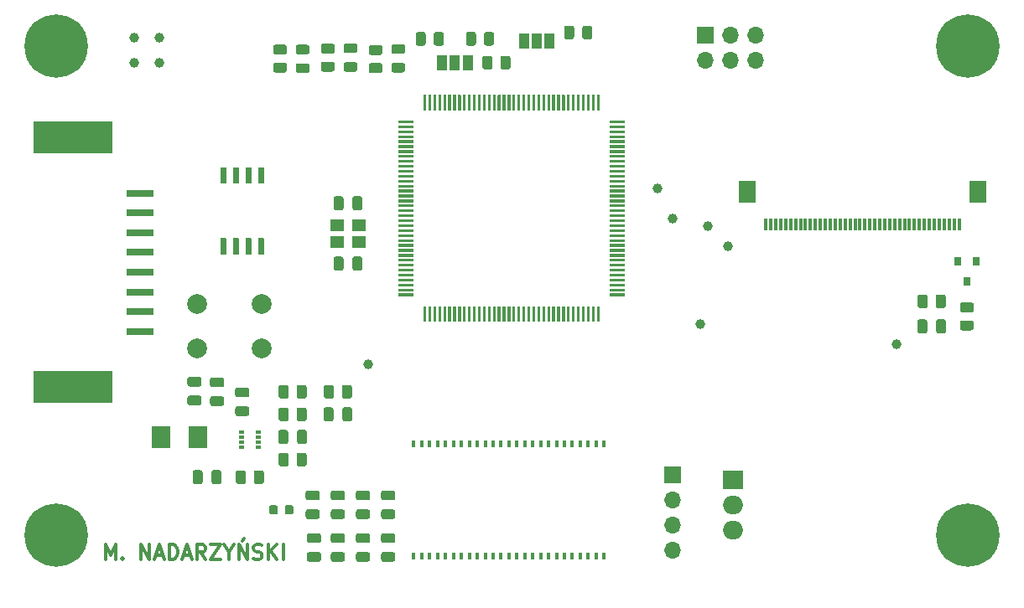
<source format=gts>
G04 #@! TF.GenerationSoftware,KiCad,Pcbnew,(5.1.8)-1*
G04 #@! TF.CreationDate,2022-07-24T23:30:39+02:00*
G04 #@! TF.ProjectId,Dashboard,44617368-626f-4617-9264-2e6b69636164,rev?*
G04 #@! TF.SameCoordinates,Original*
G04 #@! TF.FileFunction,Soldermask,Top*
G04 #@! TF.FilePolarity,Negative*
%FSLAX46Y46*%
G04 Gerber Fmt 4.6, Leading zero omitted, Abs format (unit mm)*
G04 Created by KiCad (PCBNEW (5.1.8)-1) date 2022-07-24 23:30:39*
%MOMM*%
%LPD*%
G01*
G04 APERTURE LIST*
%ADD10C,0.300000*%
%ADD11C,1.000000*%
%ADD12R,0.320000X0.800000*%
%ADD13R,8.000000X3.320000*%
%ADD14R,2.750000X0.660000*%
%ADD15C,0.800000*%
%ADD16C,6.400000*%
%ADD17R,0.475000X0.300000*%
%ADD18R,1.854500X2.286000*%
%ADD19R,1.000000X1.500000*%
%ADD20O,2.000000X1.905000*%
%ADD21R,2.000000X1.905000*%
%ADD22R,1.700000X1.700000*%
%ADD23O,1.700000X1.700000*%
%ADD24R,0.300000X1.300000*%
%ADD25R,1.800000X2.200000*%
%ADD26R,0.800000X0.900000*%
%ADD27C,2.000000*%
%ADD28R,1.400000X1.200000*%
G04 APERTURE END LIST*
D10*
X93905714Y-129456571D02*
X93905714Y-127956571D01*
X94405714Y-129028000D01*
X94905714Y-127956571D01*
X94905714Y-129456571D01*
X95620000Y-129313714D02*
X95691428Y-129385142D01*
X95620000Y-129456571D01*
X95548571Y-129385142D01*
X95620000Y-129313714D01*
X95620000Y-129456571D01*
X97477142Y-129456571D02*
X97477142Y-127956571D01*
X98334285Y-129456571D01*
X98334285Y-127956571D01*
X98977142Y-129028000D02*
X99691428Y-129028000D01*
X98834285Y-129456571D02*
X99334285Y-127956571D01*
X99834285Y-129456571D01*
X100334285Y-129456571D02*
X100334285Y-127956571D01*
X100691428Y-127956571D01*
X100905714Y-128028000D01*
X101048571Y-128170857D01*
X101120000Y-128313714D01*
X101191428Y-128599428D01*
X101191428Y-128813714D01*
X101120000Y-129099428D01*
X101048571Y-129242285D01*
X100905714Y-129385142D01*
X100691428Y-129456571D01*
X100334285Y-129456571D01*
X101762857Y-129028000D02*
X102477142Y-129028000D01*
X101620000Y-129456571D02*
X102120000Y-127956571D01*
X102620000Y-129456571D01*
X103977142Y-129456571D02*
X103477142Y-128742285D01*
X103120000Y-129456571D02*
X103120000Y-127956571D01*
X103691428Y-127956571D01*
X103834285Y-128028000D01*
X103905714Y-128099428D01*
X103977142Y-128242285D01*
X103977142Y-128456571D01*
X103905714Y-128599428D01*
X103834285Y-128670857D01*
X103691428Y-128742285D01*
X103120000Y-128742285D01*
X104477142Y-127956571D02*
X105477142Y-127956571D01*
X104477142Y-129456571D01*
X105477142Y-129456571D01*
X106334285Y-128742285D02*
X106334285Y-129456571D01*
X105834285Y-127956571D02*
X106334285Y-128742285D01*
X106834285Y-127956571D01*
X107334285Y-129456571D02*
X107334285Y-127956571D01*
X108191428Y-129456571D01*
X108191428Y-127956571D01*
X107905714Y-127385142D02*
X107691428Y-127599428D01*
X108834285Y-129385142D02*
X109048571Y-129456571D01*
X109405714Y-129456571D01*
X109548571Y-129385142D01*
X109620000Y-129313714D01*
X109691428Y-129170857D01*
X109691428Y-129028000D01*
X109620000Y-128885142D01*
X109548571Y-128813714D01*
X109405714Y-128742285D01*
X109120000Y-128670857D01*
X108977142Y-128599428D01*
X108905714Y-128528000D01*
X108834285Y-128385142D01*
X108834285Y-128242285D01*
X108905714Y-128099428D01*
X108977142Y-128028000D01*
X109120000Y-127956571D01*
X109477142Y-127956571D01*
X109691428Y-128028000D01*
X110334285Y-129456571D02*
X110334285Y-127956571D01*
X111191428Y-129456571D02*
X110548571Y-128599428D01*
X111191428Y-127956571D02*
X110334285Y-128813714D01*
X111834285Y-129456571D02*
X111834285Y-127956571D01*
D11*
X153924000Y-105664000D03*
X149606000Y-91948000D03*
X156718000Y-97790000D03*
X173736000Y-107696000D03*
X151130000Y-94996000D03*
X154686000Y-95758000D03*
X120396000Y-109728000D03*
X99314000Y-79248000D03*
X96774000Y-79248000D03*
X99314000Y-76708000D03*
X96774000Y-76708000D03*
D12*
X144220000Y-129124000D03*
X144220000Y-117764000D03*
X143420000Y-129124000D03*
X143420000Y-117764000D03*
X142620000Y-129124000D03*
X142620000Y-117764000D03*
X141820000Y-129124000D03*
X141820000Y-117764000D03*
X141020000Y-129124000D03*
X141020000Y-117764000D03*
X140220000Y-129124000D03*
X140220000Y-117764000D03*
X139420000Y-129124000D03*
X139420000Y-117764000D03*
X138620000Y-129124000D03*
X138620000Y-117764000D03*
X137820000Y-129124000D03*
X137820000Y-117764000D03*
X137020000Y-129124000D03*
X137020000Y-117764000D03*
X136220000Y-129124000D03*
X136220000Y-117764000D03*
X135420000Y-129124000D03*
X135420000Y-117764000D03*
X134620000Y-129124000D03*
X134620000Y-117764000D03*
X133820000Y-129124000D03*
X133820000Y-117764000D03*
X133020000Y-129124000D03*
X133020000Y-117764000D03*
X132220000Y-129124000D03*
X132220000Y-117764000D03*
X131420000Y-129124000D03*
X131420000Y-117764000D03*
X130620000Y-129124000D03*
X130620000Y-117764000D03*
X129820000Y-129124000D03*
X129820000Y-117764000D03*
X129020000Y-129124000D03*
X129020000Y-117764000D03*
X128220000Y-129124000D03*
X128220000Y-117764000D03*
X127420000Y-129124000D03*
X127420000Y-117764000D03*
X126620000Y-129124000D03*
X126620000Y-117764000D03*
X125820000Y-129124000D03*
X125820000Y-117764000D03*
X125020000Y-129124000D03*
X125020000Y-117764000D03*
G36*
G01*
X104681000Y-112972000D02*
X105631000Y-112972000D01*
G75*
G02*
X105881000Y-113222000I0J-250000D01*
G01*
X105881000Y-113722000D01*
G75*
G02*
X105631000Y-113972000I-250000J0D01*
G01*
X104681000Y-113972000D01*
G75*
G02*
X104431000Y-113722000I0J250000D01*
G01*
X104431000Y-113222000D01*
G75*
G02*
X104681000Y-112972000I250000J0D01*
G01*
G37*
G36*
G01*
X104681000Y-111072000D02*
X105631000Y-111072000D01*
G75*
G02*
X105881000Y-111322000I0J-250000D01*
G01*
X105881000Y-111822000D01*
G75*
G02*
X105631000Y-112072000I-250000J0D01*
G01*
X104681000Y-112072000D01*
G75*
G02*
X104431000Y-111822000I0J250000D01*
G01*
X104431000Y-111322000D01*
G75*
G02*
X104681000Y-111072000I250000J0D01*
G01*
G37*
D13*
X90631000Y-112041000D03*
X90631000Y-86841000D03*
D14*
X97351000Y-106441000D03*
X97351000Y-104441000D03*
X97351000Y-102441000D03*
X97351000Y-100441000D03*
X97351000Y-98441000D03*
X97351000Y-96441000D03*
X97351000Y-94441000D03*
X97351000Y-92441000D03*
D15*
X90597056Y-125302944D03*
X88900000Y-124600000D03*
X87202944Y-125302944D03*
X86500000Y-127000000D03*
X87202944Y-128697056D03*
X88900000Y-129400000D03*
X90597056Y-128697056D03*
X91300000Y-127000000D03*
D16*
X88900000Y-127000000D03*
D15*
X182672056Y-125302944D03*
X180975000Y-124600000D03*
X179277944Y-125302944D03*
X178575000Y-127000000D03*
X179277944Y-128697056D03*
X180975000Y-129400000D03*
X182672056Y-128697056D03*
X183375000Y-127000000D03*
D16*
X180975000Y-127000000D03*
D15*
X182672056Y-75899944D03*
X180975000Y-75197000D03*
X179277944Y-75899944D03*
X178575000Y-77597000D03*
X179277944Y-79294056D03*
X180975000Y-79997000D03*
X182672056Y-79294056D03*
X183375000Y-77597000D03*
D16*
X180975000Y-77597000D03*
D15*
X90597056Y-75899944D03*
X88900000Y-75197000D03*
X87202944Y-75899944D03*
X86500000Y-77597000D03*
X87202944Y-79294056D03*
X88900000Y-79997000D03*
X90597056Y-79294056D03*
X91300000Y-77597000D03*
D16*
X88900000Y-77597000D03*
G36*
G01*
X125984000Y-105428800D02*
X125984000Y-103891200D01*
G75*
G02*
X125995200Y-103880000I11200J0D01*
G01*
X126252800Y-103880000D01*
G75*
G02*
X126264000Y-103891200I0J-11200D01*
G01*
X126264000Y-105428800D01*
G75*
G02*
X126252800Y-105440000I-11200J0D01*
G01*
X125995200Y-105440000D01*
G75*
G02*
X125984000Y-105428800I0J11200D01*
G01*
G37*
G36*
G01*
X126484000Y-105428800D02*
X126484000Y-103891200D01*
G75*
G02*
X126495200Y-103880000I11200J0D01*
G01*
X126752800Y-103880000D01*
G75*
G02*
X126764000Y-103891200I0J-11200D01*
G01*
X126764000Y-105428800D01*
G75*
G02*
X126752800Y-105440000I-11200J0D01*
G01*
X126495200Y-105440000D01*
G75*
G02*
X126484000Y-105428800I0J11200D01*
G01*
G37*
G36*
G01*
X126984000Y-105428800D02*
X126984000Y-103891200D01*
G75*
G02*
X126995200Y-103880000I11200J0D01*
G01*
X127252800Y-103880000D01*
G75*
G02*
X127264000Y-103891200I0J-11200D01*
G01*
X127264000Y-105428800D01*
G75*
G02*
X127252800Y-105440000I-11200J0D01*
G01*
X126995200Y-105440000D01*
G75*
G02*
X126984000Y-105428800I0J11200D01*
G01*
G37*
G36*
G01*
X127484000Y-105428800D02*
X127484000Y-103891200D01*
G75*
G02*
X127495200Y-103880000I11200J0D01*
G01*
X127752800Y-103880000D01*
G75*
G02*
X127764000Y-103891200I0J-11200D01*
G01*
X127764000Y-105428800D01*
G75*
G02*
X127752800Y-105440000I-11200J0D01*
G01*
X127495200Y-105440000D01*
G75*
G02*
X127484000Y-105428800I0J11200D01*
G01*
G37*
G36*
G01*
X127984000Y-105428800D02*
X127984000Y-103891200D01*
G75*
G02*
X127995200Y-103880000I11200J0D01*
G01*
X128252800Y-103880000D01*
G75*
G02*
X128264000Y-103891200I0J-11200D01*
G01*
X128264000Y-105428800D01*
G75*
G02*
X128252800Y-105440000I-11200J0D01*
G01*
X127995200Y-105440000D01*
G75*
G02*
X127984000Y-105428800I0J11200D01*
G01*
G37*
G36*
G01*
X128484000Y-105428800D02*
X128484000Y-103891200D01*
G75*
G02*
X128495200Y-103880000I11200J0D01*
G01*
X128752800Y-103880000D01*
G75*
G02*
X128764000Y-103891200I0J-11200D01*
G01*
X128764000Y-105428800D01*
G75*
G02*
X128752800Y-105440000I-11200J0D01*
G01*
X128495200Y-105440000D01*
G75*
G02*
X128484000Y-105428800I0J11200D01*
G01*
G37*
G36*
G01*
X128984000Y-105428800D02*
X128984000Y-103891200D01*
G75*
G02*
X128995200Y-103880000I11200J0D01*
G01*
X129252800Y-103880000D01*
G75*
G02*
X129264000Y-103891200I0J-11200D01*
G01*
X129264000Y-105428800D01*
G75*
G02*
X129252800Y-105440000I-11200J0D01*
G01*
X128995200Y-105440000D01*
G75*
G02*
X128984000Y-105428800I0J11200D01*
G01*
G37*
G36*
G01*
X129484000Y-105428800D02*
X129484000Y-103891200D01*
G75*
G02*
X129495200Y-103880000I11200J0D01*
G01*
X129752800Y-103880000D01*
G75*
G02*
X129764000Y-103891200I0J-11200D01*
G01*
X129764000Y-105428800D01*
G75*
G02*
X129752800Y-105440000I-11200J0D01*
G01*
X129495200Y-105440000D01*
G75*
G02*
X129484000Y-105428800I0J11200D01*
G01*
G37*
G36*
G01*
X129984000Y-105428800D02*
X129984000Y-103891200D01*
G75*
G02*
X129995200Y-103880000I11200J0D01*
G01*
X130252800Y-103880000D01*
G75*
G02*
X130264000Y-103891200I0J-11200D01*
G01*
X130264000Y-105428800D01*
G75*
G02*
X130252800Y-105440000I-11200J0D01*
G01*
X129995200Y-105440000D01*
G75*
G02*
X129984000Y-105428800I0J11200D01*
G01*
G37*
G36*
G01*
X130484000Y-105428800D02*
X130484000Y-103891200D01*
G75*
G02*
X130495200Y-103880000I11200J0D01*
G01*
X130752800Y-103880000D01*
G75*
G02*
X130764000Y-103891200I0J-11200D01*
G01*
X130764000Y-105428800D01*
G75*
G02*
X130752800Y-105440000I-11200J0D01*
G01*
X130495200Y-105440000D01*
G75*
G02*
X130484000Y-105428800I0J11200D01*
G01*
G37*
G36*
G01*
X130984000Y-105428800D02*
X130984000Y-103891200D01*
G75*
G02*
X130995200Y-103880000I11200J0D01*
G01*
X131252800Y-103880000D01*
G75*
G02*
X131264000Y-103891200I0J-11200D01*
G01*
X131264000Y-105428800D01*
G75*
G02*
X131252800Y-105440000I-11200J0D01*
G01*
X130995200Y-105440000D01*
G75*
G02*
X130984000Y-105428800I0J11200D01*
G01*
G37*
G36*
G01*
X131484000Y-105428800D02*
X131484000Y-103891200D01*
G75*
G02*
X131495200Y-103880000I11200J0D01*
G01*
X131752800Y-103880000D01*
G75*
G02*
X131764000Y-103891200I0J-11200D01*
G01*
X131764000Y-105428800D01*
G75*
G02*
X131752800Y-105440000I-11200J0D01*
G01*
X131495200Y-105440000D01*
G75*
G02*
X131484000Y-105428800I0J11200D01*
G01*
G37*
G36*
G01*
X131984000Y-105428800D02*
X131984000Y-103891200D01*
G75*
G02*
X131995200Y-103880000I11200J0D01*
G01*
X132252800Y-103880000D01*
G75*
G02*
X132264000Y-103891200I0J-11200D01*
G01*
X132264000Y-105428800D01*
G75*
G02*
X132252800Y-105440000I-11200J0D01*
G01*
X131995200Y-105440000D01*
G75*
G02*
X131984000Y-105428800I0J11200D01*
G01*
G37*
G36*
G01*
X132484000Y-105428800D02*
X132484000Y-103891200D01*
G75*
G02*
X132495200Y-103880000I11200J0D01*
G01*
X132752800Y-103880000D01*
G75*
G02*
X132764000Y-103891200I0J-11200D01*
G01*
X132764000Y-105428800D01*
G75*
G02*
X132752800Y-105440000I-11200J0D01*
G01*
X132495200Y-105440000D01*
G75*
G02*
X132484000Y-105428800I0J11200D01*
G01*
G37*
G36*
G01*
X132984000Y-105428800D02*
X132984000Y-103891200D01*
G75*
G02*
X132995200Y-103880000I11200J0D01*
G01*
X133252800Y-103880000D01*
G75*
G02*
X133264000Y-103891200I0J-11200D01*
G01*
X133264000Y-105428800D01*
G75*
G02*
X133252800Y-105440000I-11200J0D01*
G01*
X132995200Y-105440000D01*
G75*
G02*
X132984000Y-105428800I0J11200D01*
G01*
G37*
G36*
G01*
X133484000Y-105428800D02*
X133484000Y-103891200D01*
G75*
G02*
X133495200Y-103880000I11200J0D01*
G01*
X133752800Y-103880000D01*
G75*
G02*
X133764000Y-103891200I0J-11200D01*
G01*
X133764000Y-105428800D01*
G75*
G02*
X133752800Y-105440000I-11200J0D01*
G01*
X133495200Y-105440000D01*
G75*
G02*
X133484000Y-105428800I0J11200D01*
G01*
G37*
G36*
G01*
X133984000Y-105428800D02*
X133984000Y-103891200D01*
G75*
G02*
X133995200Y-103880000I11200J0D01*
G01*
X134252800Y-103880000D01*
G75*
G02*
X134264000Y-103891200I0J-11200D01*
G01*
X134264000Y-105428800D01*
G75*
G02*
X134252800Y-105440000I-11200J0D01*
G01*
X133995200Y-105440000D01*
G75*
G02*
X133984000Y-105428800I0J11200D01*
G01*
G37*
G36*
G01*
X134484000Y-105428800D02*
X134484000Y-103891200D01*
G75*
G02*
X134495200Y-103880000I11200J0D01*
G01*
X134752800Y-103880000D01*
G75*
G02*
X134764000Y-103891200I0J-11200D01*
G01*
X134764000Y-105428800D01*
G75*
G02*
X134752800Y-105440000I-11200J0D01*
G01*
X134495200Y-105440000D01*
G75*
G02*
X134484000Y-105428800I0J11200D01*
G01*
G37*
G36*
G01*
X134984000Y-105428800D02*
X134984000Y-103891200D01*
G75*
G02*
X134995200Y-103880000I11200J0D01*
G01*
X135252800Y-103880000D01*
G75*
G02*
X135264000Y-103891200I0J-11200D01*
G01*
X135264000Y-105428800D01*
G75*
G02*
X135252800Y-105440000I-11200J0D01*
G01*
X134995200Y-105440000D01*
G75*
G02*
X134984000Y-105428800I0J11200D01*
G01*
G37*
G36*
G01*
X135484000Y-105428800D02*
X135484000Y-103891200D01*
G75*
G02*
X135495200Y-103880000I11200J0D01*
G01*
X135752800Y-103880000D01*
G75*
G02*
X135764000Y-103891200I0J-11200D01*
G01*
X135764000Y-105428800D01*
G75*
G02*
X135752800Y-105440000I-11200J0D01*
G01*
X135495200Y-105440000D01*
G75*
G02*
X135484000Y-105428800I0J11200D01*
G01*
G37*
G36*
G01*
X135984000Y-105428800D02*
X135984000Y-103891200D01*
G75*
G02*
X135995200Y-103880000I11200J0D01*
G01*
X136252800Y-103880000D01*
G75*
G02*
X136264000Y-103891200I0J-11200D01*
G01*
X136264000Y-105428800D01*
G75*
G02*
X136252800Y-105440000I-11200J0D01*
G01*
X135995200Y-105440000D01*
G75*
G02*
X135984000Y-105428800I0J11200D01*
G01*
G37*
G36*
G01*
X136484000Y-105428800D02*
X136484000Y-103891200D01*
G75*
G02*
X136495200Y-103880000I11200J0D01*
G01*
X136752800Y-103880000D01*
G75*
G02*
X136764000Y-103891200I0J-11200D01*
G01*
X136764000Y-105428800D01*
G75*
G02*
X136752800Y-105440000I-11200J0D01*
G01*
X136495200Y-105440000D01*
G75*
G02*
X136484000Y-105428800I0J11200D01*
G01*
G37*
G36*
G01*
X136984000Y-105428800D02*
X136984000Y-103891200D01*
G75*
G02*
X136995200Y-103880000I11200J0D01*
G01*
X137252800Y-103880000D01*
G75*
G02*
X137264000Y-103891200I0J-11200D01*
G01*
X137264000Y-105428800D01*
G75*
G02*
X137252800Y-105440000I-11200J0D01*
G01*
X136995200Y-105440000D01*
G75*
G02*
X136984000Y-105428800I0J11200D01*
G01*
G37*
G36*
G01*
X137484000Y-105428800D02*
X137484000Y-103891200D01*
G75*
G02*
X137495200Y-103880000I11200J0D01*
G01*
X137752800Y-103880000D01*
G75*
G02*
X137764000Y-103891200I0J-11200D01*
G01*
X137764000Y-105428800D01*
G75*
G02*
X137752800Y-105440000I-11200J0D01*
G01*
X137495200Y-105440000D01*
G75*
G02*
X137484000Y-105428800I0J11200D01*
G01*
G37*
G36*
G01*
X137984000Y-105428800D02*
X137984000Y-103891200D01*
G75*
G02*
X137995200Y-103880000I11200J0D01*
G01*
X138252800Y-103880000D01*
G75*
G02*
X138264000Y-103891200I0J-11200D01*
G01*
X138264000Y-105428800D01*
G75*
G02*
X138252800Y-105440000I-11200J0D01*
G01*
X137995200Y-105440000D01*
G75*
G02*
X137984000Y-105428800I0J11200D01*
G01*
G37*
G36*
G01*
X138484000Y-105428800D02*
X138484000Y-103891200D01*
G75*
G02*
X138495200Y-103880000I11200J0D01*
G01*
X138752800Y-103880000D01*
G75*
G02*
X138764000Y-103891200I0J-11200D01*
G01*
X138764000Y-105428800D01*
G75*
G02*
X138752800Y-105440000I-11200J0D01*
G01*
X138495200Y-105440000D01*
G75*
G02*
X138484000Y-105428800I0J11200D01*
G01*
G37*
G36*
G01*
X138984000Y-105428800D02*
X138984000Y-103891200D01*
G75*
G02*
X138995200Y-103880000I11200J0D01*
G01*
X139252800Y-103880000D01*
G75*
G02*
X139264000Y-103891200I0J-11200D01*
G01*
X139264000Y-105428800D01*
G75*
G02*
X139252800Y-105440000I-11200J0D01*
G01*
X138995200Y-105440000D01*
G75*
G02*
X138984000Y-105428800I0J11200D01*
G01*
G37*
G36*
G01*
X139484000Y-105428800D02*
X139484000Y-103891200D01*
G75*
G02*
X139495200Y-103880000I11200J0D01*
G01*
X139752800Y-103880000D01*
G75*
G02*
X139764000Y-103891200I0J-11200D01*
G01*
X139764000Y-105428800D01*
G75*
G02*
X139752800Y-105440000I-11200J0D01*
G01*
X139495200Y-105440000D01*
G75*
G02*
X139484000Y-105428800I0J11200D01*
G01*
G37*
G36*
G01*
X139984000Y-105428800D02*
X139984000Y-103891200D01*
G75*
G02*
X139995200Y-103880000I11200J0D01*
G01*
X140252800Y-103880000D01*
G75*
G02*
X140264000Y-103891200I0J-11200D01*
G01*
X140264000Y-105428800D01*
G75*
G02*
X140252800Y-105440000I-11200J0D01*
G01*
X139995200Y-105440000D01*
G75*
G02*
X139984000Y-105428800I0J11200D01*
G01*
G37*
G36*
G01*
X140484000Y-105428800D02*
X140484000Y-103891200D01*
G75*
G02*
X140495200Y-103880000I11200J0D01*
G01*
X140752800Y-103880000D01*
G75*
G02*
X140764000Y-103891200I0J-11200D01*
G01*
X140764000Y-105428800D01*
G75*
G02*
X140752800Y-105440000I-11200J0D01*
G01*
X140495200Y-105440000D01*
G75*
G02*
X140484000Y-105428800I0J11200D01*
G01*
G37*
G36*
G01*
X140984000Y-105428800D02*
X140984000Y-103891200D01*
G75*
G02*
X140995200Y-103880000I11200J0D01*
G01*
X141252800Y-103880000D01*
G75*
G02*
X141264000Y-103891200I0J-11200D01*
G01*
X141264000Y-105428800D01*
G75*
G02*
X141252800Y-105440000I-11200J0D01*
G01*
X140995200Y-105440000D01*
G75*
G02*
X140984000Y-105428800I0J11200D01*
G01*
G37*
G36*
G01*
X141484000Y-105428800D02*
X141484000Y-103891200D01*
G75*
G02*
X141495200Y-103880000I11200J0D01*
G01*
X141752800Y-103880000D01*
G75*
G02*
X141764000Y-103891200I0J-11200D01*
G01*
X141764000Y-105428800D01*
G75*
G02*
X141752800Y-105440000I-11200J0D01*
G01*
X141495200Y-105440000D01*
G75*
G02*
X141484000Y-105428800I0J11200D01*
G01*
G37*
G36*
G01*
X141984000Y-105428800D02*
X141984000Y-103891200D01*
G75*
G02*
X141995200Y-103880000I11200J0D01*
G01*
X142252800Y-103880000D01*
G75*
G02*
X142264000Y-103891200I0J-11200D01*
G01*
X142264000Y-105428800D01*
G75*
G02*
X142252800Y-105440000I-11200J0D01*
G01*
X141995200Y-105440000D01*
G75*
G02*
X141984000Y-105428800I0J11200D01*
G01*
G37*
G36*
G01*
X142484000Y-105428800D02*
X142484000Y-103891200D01*
G75*
G02*
X142495200Y-103880000I11200J0D01*
G01*
X142752800Y-103880000D01*
G75*
G02*
X142764000Y-103891200I0J-11200D01*
G01*
X142764000Y-105428800D01*
G75*
G02*
X142752800Y-105440000I-11200J0D01*
G01*
X142495200Y-105440000D01*
G75*
G02*
X142484000Y-105428800I0J11200D01*
G01*
G37*
G36*
G01*
X142984000Y-105428800D02*
X142984000Y-103891200D01*
G75*
G02*
X142995200Y-103880000I11200J0D01*
G01*
X143252800Y-103880000D01*
G75*
G02*
X143264000Y-103891200I0J-11200D01*
G01*
X143264000Y-105428800D01*
G75*
G02*
X143252800Y-105440000I-11200J0D01*
G01*
X142995200Y-105440000D01*
G75*
G02*
X142984000Y-105428800I0J11200D01*
G01*
G37*
G36*
G01*
X143484000Y-105428800D02*
X143484000Y-103891200D01*
G75*
G02*
X143495200Y-103880000I11200J0D01*
G01*
X143752800Y-103880000D01*
G75*
G02*
X143764000Y-103891200I0J-11200D01*
G01*
X143764000Y-105428800D01*
G75*
G02*
X143752800Y-105440000I-11200J0D01*
G01*
X143495200Y-105440000D01*
G75*
G02*
X143484000Y-105428800I0J11200D01*
G01*
G37*
G36*
G01*
X143484000Y-84068800D02*
X143484000Y-82531200D01*
G75*
G02*
X143495200Y-82520000I11200J0D01*
G01*
X143752800Y-82520000D01*
G75*
G02*
X143764000Y-82531200I0J-11200D01*
G01*
X143764000Y-84068800D01*
G75*
G02*
X143752800Y-84080000I-11200J0D01*
G01*
X143495200Y-84080000D01*
G75*
G02*
X143484000Y-84068800I0J11200D01*
G01*
G37*
G36*
G01*
X142984000Y-84068800D02*
X142984000Y-82531200D01*
G75*
G02*
X142995200Y-82520000I11200J0D01*
G01*
X143252800Y-82520000D01*
G75*
G02*
X143264000Y-82531200I0J-11200D01*
G01*
X143264000Y-84068800D01*
G75*
G02*
X143252800Y-84080000I-11200J0D01*
G01*
X142995200Y-84080000D01*
G75*
G02*
X142984000Y-84068800I0J11200D01*
G01*
G37*
G36*
G01*
X142484000Y-84068800D02*
X142484000Y-82531200D01*
G75*
G02*
X142495200Y-82520000I11200J0D01*
G01*
X142752800Y-82520000D01*
G75*
G02*
X142764000Y-82531200I0J-11200D01*
G01*
X142764000Y-84068800D01*
G75*
G02*
X142752800Y-84080000I-11200J0D01*
G01*
X142495200Y-84080000D01*
G75*
G02*
X142484000Y-84068800I0J11200D01*
G01*
G37*
G36*
G01*
X141984000Y-84068800D02*
X141984000Y-82531200D01*
G75*
G02*
X141995200Y-82520000I11200J0D01*
G01*
X142252800Y-82520000D01*
G75*
G02*
X142264000Y-82531200I0J-11200D01*
G01*
X142264000Y-84068800D01*
G75*
G02*
X142252800Y-84080000I-11200J0D01*
G01*
X141995200Y-84080000D01*
G75*
G02*
X141984000Y-84068800I0J11200D01*
G01*
G37*
G36*
G01*
X141484000Y-84068800D02*
X141484000Y-82531200D01*
G75*
G02*
X141495200Y-82520000I11200J0D01*
G01*
X141752800Y-82520000D01*
G75*
G02*
X141764000Y-82531200I0J-11200D01*
G01*
X141764000Y-84068800D01*
G75*
G02*
X141752800Y-84080000I-11200J0D01*
G01*
X141495200Y-84080000D01*
G75*
G02*
X141484000Y-84068800I0J11200D01*
G01*
G37*
G36*
G01*
X140984000Y-84068800D02*
X140984000Y-82531200D01*
G75*
G02*
X140995200Y-82520000I11200J0D01*
G01*
X141252800Y-82520000D01*
G75*
G02*
X141264000Y-82531200I0J-11200D01*
G01*
X141264000Y-84068800D01*
G75*
G02*
X141252800Y-84080000I-11200J0D01*
G01*
X140995200Y-84080000D01*
G75*
G02*
X140984000Y-84068800I0J11200D01*
G01*
G37*
G36*
G01*
X140484000Y-84068800D02*
X140484000Y-82531200D01*
G75*
G02*
X140495200Y-82520000I11200J0D01*
G01*
X140752800Y-82520000D01*
G75*
G02*
X140764000Y-82531200I0J-11200D01*
G01*
X140764000Y-84068800D01*
G75*
G02*
X140752800Y-84080000I-11200J0D01*
G01*
X140495200Y-84080000D01*
G75*
G02*
X140484000Y-84068800I0J11200D01*
G01*
G37*
G36*
G01*
X139984000Y-84068800D02*
X139984000Y-82531200D01*
G75*
G02*
X139995200Y-82520000I11200J0D01*
G01*
X140252800Y-82520000D01*
G75*
G02*
X140264000Y-82531200I0J-11200D01*
G01*
X140264000Y-84068800D01*
G75*
G02*
X140252800Y-84080000I-11200J0D01*
G01*
X139995200Y-84080000D01*
G75*
G02*
X139984000Y-84068800I0J11200D01*
G01*
G37*
G36*
G01*
X139484000Y-84068800D02*
X139484000Y-82531200D01*
G75*
G02*
X139495200Y-82520000I11200J0D01*
G01*
X139752800Y-82520000D01*
G75*
G02*
X139764000Y-82531200I0J-11200D01*
G01*
X139764000Y-84068800D01*
G75*
G02*
X139752800Y-84080000I-11200J0D01*
G01*
X139495200Y-84080000D01*
G75*
G02*
X139484000Y-84068800I0J11200D01*
G01*
G37*
G36*
G01*
X138984000Y-84068800D02*
X138984000Y-82531200D01*
G75*
G02*
X138995200Y-82520000I11200J0D01*
G01*
X139252800Y-82520000D01*
G75*
G02*
X139264000Y-82531200I0J-11200D01*
G01*
X139264000Y-84068800D01*
G75*
G02*
X139252800Y-84080000I-11200J0D01*
G01*
X138995200Y-84080000D01*
G75*
G02*
X138984000Y-84068800I0J11200D01*
G01*
G37*
G36*
G01*
X138484000Y-84068800D02*
X138484000Y-82531200D01*
G75*
G02*
X138495200Y-82520000I11200J0D01*
G01*
X138752800Y-82520000D01*
G75*
G02*
X138764000Y-82531200I0J-11200D01*
G01*
X138764000Y-84068800D01*
G75*
G02*
X138752800Y-84080000I-11200J0D01*
G01*
X138495200Y-84080000D01*
G75*
G02*
X138484000Y-84068800I0J11200D01*
G01*
G37*
G36*
G01*
X137984000Y-84068800D02*
X137984000Y-82531200D01*
G75*
G02*
X137995200Y-82520000I11200J0D01*
G01*
X138252800Y-82520000D01*
G75*
G02*
X138264000Y-82531200I0J-11200D01*
G01*
X138264000Y-84068800D01*
G75*
G02*
X138252800Y-84080000I-11200J0D01*
G01*
X137995200Y-84080000D01*
G75*
G02*
X137984000Y-84068800I0J11200D01*
G01*
G37*
G36*
G01*
X137484000Y-84068800D02*
X137484000Y-82531200D01*
G75*
G02*
X137495200Y-82520000I11200J0D01*
G01*
X137752800Y-82520000D01*
G75*
G02*
X137764000Y-82531200I0J-11200D01*
G01*
X137764000Y-84068800D01*
G75*
G02*
X137752800Y-84080000I-11200J0D01*
G01*
X137495200Y-84080000D01*
G75*
G02*
X137484000Y-84068800I0J11200D01*
G01*
G37*
G36*
G01*
X136984000Y-84068800D02*
X136984000Y-82531200D01*
G75*
G02*
X136995200Y-82520000I11200J0D01*
G01*
X137252800Y-82520000D01*
G75*
G02*
X137264000Y-82531200I0J-11200D01*
G01*
X137264000Y-84068800D01*
G75*
G02*
X137252800Y-84080000I-11200J0D01*
G01*
X136995200Y-84080000D01*
G75*
G02*
X136984000Y-84068800I0J11200D01*
G01*
G37*
G36*
G01*
X136484000Y-84068800D02*
X136484000Y-82531200D01*
G75*
G02*
X136495200Y-82520000I11200J0D01*
G01*
X136752800Y-82520000D01*
G75*
G02*
X136764000Y-82531200I0J-11200D01*
G01*
X136764000Y-84068800D01*
G75*
G02*
X136752800Y-84080000I-11200J0D01*
G01*
X136495200Y-84080000D01*
G75*
G02*
X136484000Y-84068800I0J11200D01*
G01*
G37*
G36*
G01*
X135984000Y-84068800D02*
X135984000Y-82531200D01*
G75*
G02*
X135995200Y-82520000I11200J0D01*
G01*
X136252800Y-82520000D01*
G75*
G02*
X136264000Y-82531200I0J-11200D01*
G01*
X136264000Y-84068800D01*
G75*
G02*
X136252800Y-84080000I-11200J0D01*
G01*
X135995200Y-84080000D01*
G75*
G02*
X135984000Y-84068800I0J11200D01*
G01*
G37*
G36*
G01*
X135484000Y-84068800D02*
X135484000Y-82531200D01*
G75*
G02*
X135495200Y-82520000I11200J0D01*
G01*
X135752800Y-82520000D01*
G75*
G02*
X135764000Y-82531200I0J-11200D01*
G01*
X135764000Y-84068800D01*
G75*
G02*
X135752800Y-84080000I-11200J0D01*
G01*
X135495200Y-84080000D01*
G75*
G02*
X135484000Y-84068800I0J11200D01*
G01*
G37*
G36*
G01*
X134984000Y-84068800D02*
X134984000Y-82531200D01*
G75*
G02*
X134995200Y-82520000I11200J0D01*
G01*
X135252800Y-82520000D01*
G75*
G02*
X135264000Y-82531200I0J-11200D01*
G01*
X135264000Y-84068800D01*
G75*
G02*
X135252800Y-84080000I-11200J0D01*
G01*
X134995200Y-84080000D01*
G75*
G02*
X134984000Y-84068800I0J11200D01*
G01*
G37*
G36*
G01*
X134484000Y-84068800D02*
X134484000Y-82531200D01*
G75*
G02*
X134495200Y-82520000I11200J0D01*
G01*
X134752800Y-82520000D01*
G75*
G02*
X134764000Y-82531200I0J-11200D01*
G01*
X134764000Y-84068800D01*
G75*
G02*
X134752800Y-84080000I-11200J0D01*
G01*
X134495200Y-84080000D01*
G75*
G02*
X134484000Y-84068800I0J11200D01*
G01*
G37*
G36*
G01*
X133984000Y-84068800D02*
X133984000Y-82531200D01*
G75*
G02*
X133995200Y-82520000I11200J0D01*
G01*
X134252800Y-82520000D01*
G75*
G02*
X134264000Y-82531200I0J-11200D01*
G01*
X134264000Y-84068800D01*
G75*
G02*
X134252800Y-84080000I-11200J0D01*
G01*
X133995200Y-84080000D01*
G75*
G02*
X133984000Y-84068800I0J11200D01*
G01*
G37*
G36*
G01*
X133484000Y-84068800D02*
X133484000Y-82531200D01*
G75*
G02*
X133495200Y-82520000I11200J0D01*
G01*
X133752800Y-82520000D01*
G75*
G02*
X133764000Y-82531200I0J-11200D01*
G01*
X133764000Y-84068800D01*
G75*
G02*
X133752800Y-84080000I-11200J0D01*
G01*
X133495200Y-84080000D01*
G75*
G02*
X133484000Y-84068800I0J11200D01*
G01*
G37*
G36*
G01*
X132984000Y-84068800D02*
X132984000Y-82531200D01*
G75*
G02*
X132995200Y-82520000I11200J0D01*
G01*
X133252800Y-82520000D01*
G75*
G02*
X133264000Y-82531200I0J-11200D01*
G01*
X133264000Y-84068800D01*
G75*
G02*
X133252800Y-84080000I-11200J0D01*
G01*
X132995200Y-84080000D01*
G75*
G02*
X132984000Y-84068800I0J11200D01*
G01*
G37*
G36*
G01*
X132484000Y-84068800D02*
X132484000Y-82531200D01*
G75*
G02*
X132495200Y-82520000I11200J0D01*
G01*
X132752800Y-82520000D01*
G75*
G02*
X132764000Y-82531200I0J-11200D01*
G01*
X132764000Y-84068800D01*
G75*
G02*
X132752800Y-84080000I-11200J0D01*
G01*
X132495200Y-84080000D01*
G75*
G02*
X132484000Y-84068800I0J11200D01*
G01*
G37*
G36*
G01*
X131984000Y-84068800D02*
X131984000Y-82531200D01*
G75*
G02*
X131995200Y-82520000I11200J0D01*
G01*
X132252800Y-82520000D01*
G75*
G02*
X132264000Y-82531200I0J-11200D01*
G01*
X132264000Y-84068800D01*
G75*
G02*
X132252800Y-84080000I-11200J0D01*
G01*
X131995200Y-84080000D01*
G75*
G02*
X131984000Y-84068800I0J11200D01*
G01*
G37*
G36*
G01*
X131484000Y-84068800D02*
X131484000Y-82531200D01*
G75*
G02*
X131495200Y-82520000I11200J0D01*
G01*
X131752800Y-82520000D01*
G75*
G02*
X131764000Y-82531200I0J-11200D01*
G01*
X131764000Y-84068800D01*
G75*
G02*
X131752800Y-84080000I-11200J0D01*
G01*
X131495200Y-84080000D01*
G75*
G02*
X131484000Y-84068800I0J11200D01*
G01*
G37*
G36*
G01*
X130984000Y-84068800D02*
X130984000Y-82531200D01*
G75*
G02*
X130995200Y-82520000I11200J0D01*
G01*
X131252800Y-82520000D01*
G75*
G02*
X131264000Y-82531200I0J-11200D01*
G01*
X131264000Y-84068800D01*
G75*
G02*
X131252800Y-84080000I-11200J0D01*
G01*
X130995200Y-84080000D01*
G75*
G02*
X130984000Y-84068800I0J11200D01*
G01*
G37*
G36*
G01*
X130484000Y-84068800D02*
X130484000Y-82531200D01*
G75*
G02*
X130495200Y-82520000I11200J0D01*
G01*
X130752800Y-82520000D01*
G75*
G02*
X130764000Y-82531200I0J-11200D01*
G01*
X130764000Y-84068800D01*
G75*
G02*
X130752800Y-84080000I-11200J0D01*
G01*
X130495200Y-84080000D01*
G75*
G02*
X130484000Y-84068800I0J11200D01*
G01*
G37*
G36*
G01*
X129984000Y-84068800D02*
X129984000Y-82531200D01*
G75*
G02*
X129995200Y-82520000I11200J0D01*
G01*
X130252800Y-82520000D01*
G75*
G02*
X130264000Y-82531200I0J-11200D01*
G01*
X130264000Y-84068800D01*
G75*
G02*
X130252800Y-84080000I-11200J0D01*
G01*
X129995200Y-84080000D01*
G75*
G02*
X129984000Y-84068800I0J11200D01*
G01*
G37*
G36*
G01*
X129484000Y-84068800D02*
X129484000Y-82531200D01*
G75*
G02*
X129495200Y-82520000I11200J0D01*
G01*
X129752800Y-82520000D01*
G75*
G02*
X129764000Y-82531200I0J-11200D01*
G01*
X129764000Y-84068800D01*
G75*
G02*
X129752800Y-84080000I-11200J0D01*
G01*
X129495200Y-84080000D01*
G75*
G02*
X129484000Y-84068800I0J11200D01*
G01*
G37*
G36*
G01*
X128984000Y-84068800D02*
X128984000Y-82531200D01*
G75*
G02*
X128995200Y-82520000I11200J0D01*
G01*
X129252800Y-82520000D01*
G75*
G02*
X129264000Y-82531200I0J-11200D01*
G01*
X129264000Y-84068800D01*
G75*
G02*
X129252800Y-84080000I-11200J0D01*
G01*
X128995200Y-84080000D01*
G75*
G02*
X128984000Y-84068800I0J11200D01*
G01*
G37*
G36*
G01*
X128484000Y-84068800D02*
X128484000Y-82531200D01*
G75*
G02*
X128495200Y-82520000I11200J0D01*
G01*
X128752800Y-82520000D01*
G75*
G02*
X128764000Y-82531200I0J-11200D01*
G01*
X128764000Y-84068800D01*
G75*
G02*
X128752800Y-84080000I-11200J0D01*
G01*
X128495200Y-84080000D01*
G75*
G02*
X128484000Y-84068800I0J11200D01*
G01*
G37*
G36*
G01*
X127984000Y-84068800D02*
X127984000Y-82531200D01*
G75*
G02*
X127995200Y-82520000I11200J0D01*
G01*
X128252800Y-82520000D01*
G75*
G02*
X128264000Y-82531200I0J-11200D01*
G01*
X128264000Y-84068800D01*
G75*
G02*
X128252800Y-84080000I-11200J0D01*
G01*
X127995200Y-84080000D01*
G75*
G02*
X127984000Y-84068800I0J11200D01*
G01*
G37*
G36*
G01*
X127484000Y-84068800D02*
X127484000Y-82531200D01*
G75*
G02*
X127495200Y-82520000I11200J0D01*
G01*
X127752800Y-82520000D01*
G75*
G02*
X127764000Y-82531200I0J-11200D01*
G01*
X127764000Y-84068800D01*
G75*
G02*
X127752800Y-84080000I-11200J0D01*
G01*
X127495200Y-84080000D01*
G75*
G02*
X127484000Y-84068800I0J11200D01*
G01*
G37*
G36*
G01*
X126984000Y-84068800D02*
X126984000Y-82531200D01*
G75*
G02*
X126995200Y-82520000I11200J0D01*
G01*
X127252800Y-82520000D01*
G75*
G02*
X127264000Y-82531200I0J-11200D01*
G01*
X127264000Y-84068800D01*
G75*
G02*
X127252800Y-84080000I-11200J0D01*
G01*
X126995200Y-84080000D01*
G75*
G02*
X126984000Y-84068800I0J11200D01*
G01*
G37*
G36*
G01*
X126484000Y-84068800D02*
X126484000Y-82531200D01*
G75*
G02*
X126495200Y-82520000I11200J0D01*
G01*
X126752800Y-82520000D01*
G75*
G02*
X126764000Y-82531200I0J-11200D01*
G01*
X126764000Y-84068800D01*
G75*
G02*
X126752800Y-84080000I-11200J0D01*
G01*
X126495200Y-84080000D01*
G75*
G02*
X126484000Y-84068800I0J11200D01*
G01*
G37*
G36*
G01*
X125984000Y-84068800D02*
X125984000Y-82531200D01*
G75*
G02*
X125995200Y-82520000I11200J0D01*
G01*
X126252800Y-82520000D01*
G75*
G02*
X126264000Y-82531200I0J-11200D01*
G01*
X126264000Y-84068800D01*
G75*
G02*
X126252800Y-84080000I-11200J0D01*
G01*
X125995200Y-84080000D01*
G75*
G02*
X125984000Y-84068800I0J11200D01*
G01*
G37*
G36*
G01*
X123414000Y-85358800D02*
X123414000Y-85101200D01*
G75*
G02*
X123425200Y-85090000I11200J0D01*
G01*
X124962800Y-85090000D01*
G75*
G02*
X124974000Y-85101200I0J-11200D01*
G01*
X124974000Y-85358800D01*
G75*
G02*
X124962800Y-85370000I-11200J0D01*
G01*
X123425200Y-85370000D01*
G75*
G02*
X123414000Y-85358800I0J11200D01*
G01*
G37*
G36*
G01*
X123414000Y-85858800D02*
X123414000Y-85601200D01*
G75*
G02*
X123425200Y-85590000I11200J0D01*
G01*
X124962800Y-85590000D01*
G75*
G02*
X124974000Y-85601200I0J-11200D01*
G01*
X124974000Y-85858800D01*
G75*
G02*
X124962800Y-85870000I-11200J0D01*
G01*
X123425200Y-85870000D01*
G75*
G02*
X123414000Y-85858800I0J11200D01*
G01*
G37*
G36*
G01*
X123414000Y-86358800D02*
X123414000Y-86101200D01*
G75*
G02*
X123425200Y-86090000I11200J0D01*
G01*
X124962800Y-86090000D01*
G75*
G02*
X124974000Y-86101200I0J-11200D01*
G01*
X124974000Y-86358800D01*
G75*
G02*
X124962800Y-86370000I-11200J0D01*
G01*
X123425200Y-86370000D01*
G75*
G02*
X123414000Y-86358800I0J11200D01*
G01*
G37*
G36*
G01*
X123414000Y-86858800D02*
X123414000Y-86601200D01*
G75*
G02*
X123425200Y-86590000I11200J0D01*
G01*
X124962800Y-86590000D01*
G75*
G02*
X124974000Y-86601200I0J-11200D01*
G01*
X124974000Y-86858800D01*
G75*
G02*
X124962800Y-86870000I-11200J0D01*
G01*
X123425200Y-86870000D01*
G75*
G02*
X123414000Y-86858800I0J11200D01*
G01*
G37*
G36*
G01*
X123414000Y-87358800D02*
X123414000Y-87101200D01*
G75*
G02*
X123425200Y-87090000I11200J0D01*
G01*
X124962800Y-87090000D01*
G75*
G02*
X124974000Y-87101200I0J-11200D01*
G01*
X124974000Y-87358800D01*
G75*
G02*
X124962800Y-87370000I-11200J0D01*
G01*
X123425200Y-87370000D01*
G75*
G02*
X123414000Y-87358800I0J11200D01*
G01*
G37*
G36*
G01*
X123414000Y-87858800D02*
X123414000Y-87601200D01*
G75*
G02*
X123425200Y-87590000I11200J0D01*
G01*
X124962800Y-87590000D01*
G75*
G02*
X124974000Y-87601200I0J-11200D01*
G01*
X124974000Y-87858800D01*
G75*
G02*
X124962800Y-87870000I-11200J0D01*
G01*
X123425200Y-87870000D01*
G75*
G02*
X123414000Y-87858800I0J11200D01*
G01*
G37*
G36*
G01*
X123414000Y-88358800D02*
X123414000Y-88101200D01*
G75*
G02*
X123425200Y-88090000I11200J0D01*
G01*
X124962800Y-88090000D01*
G75*
G02*
X124974000Y-88101200I0J-11200D01*
G01*
X124974000Y-88358800D01*
G75*
G02*
X124962800Y-88370000I-11200J0D01*
G01*
X123425200Y-88370000D01*
G75*
G02*
X123414000Y-88358800I0J11200D01*
G01*
G37*
G36*
G01*
X123414000Y-88858800D02*
X123414000Y-88601200D01*
G75*
G02*
X123425200Y-88590000I11200J0D01*
G01*
X124962800Y-88590000D01*
G75*
G02*
X124974000Y-88601200I0J-11200D01*
G01*
X124974000Y-88858800D01*
G75*
G02*
X124962800Y-88870000I-11200J0D01*
G01*
X123425200Y-88870000D01*
G75*
G02*
X123414000Y-88858800I0J11200D01*
G01*
G37*
G36*
G01*
X123414000Y-89358800D02*
X123414000Y-89101200D01*
G75*
G02*
X123425200Y-89090000I11200J0D01*
G01*
X124962800Y-89090000D01*
G75*
G02*
X124974000Y-89101200I0J-11200D01*
G01*
X124974000Y-89358800D01*
G75*
G02*
X124962800Y-89370000I-11200J0D01*
G01*
X123425200Y-89370000D01*
G75*
G02*
X123414000Y-89358800I0J11200D01*
G01*
G37*
G36*
G01*
X123414000Y-89858800D02*
X123414000Y-89601200D01*
G75*
G02*
X123425200Y-89590000I11200J0D01*
G01*
X124962800Y-89590000D01*
G75*
G02*
X124974000Y-89601200I0J-11200D01*
G01*
X124974000Y-89858800D01*
G75*
G02*
X124962800Y-89870000I-11200J0D01*
G01*
X123425200Y-89870000D01*
G75*
G02*
X123414000Y-89858800I0J11200D01*
G01*
G37*
G36*
G01*
X123414000Y-90358800D02*
X123414000Y-90101200D01*
G75*
G02*
X123425200Y-90090000I11200J0D01*
G01*
X124962800Y-90090000D01*
G75*
G02*
X124974000Y-90101200I0J-11200D01*
G01*
X124974000Y-90358800D01*
G75*
G02*
X124962800Y-90370000I-11200J0D01*
G01*
X123425200Y-90370000D01*
G75*
G02*
X123414000Y-90358800I0J11200D01*
G01*
G37*
G36*
G01*
X123414000Y-90858800D02*
X123414000Y-90601200D01*
G75*
G02*
X123425200Y-90590000I11200J0D01*
G01*
X124962800Y-90590000D01*
G75*
G02*
X124974000Y-90601200I0J-11200D01*
G01*
X124974000Y-90858800D01*
G75*
G02*
X124962800Y-90870000I-11200J0D01*
G01*
X123425200Y-90870000D01*
G75*
G02*
X123414000Y-90858800I0J11200D01*
G01*
G37*
G36*
G01*
X123414000Y-91358800D02*
X123414000Y-91101200D01*
G75*
G02*
X123425200Y-91090000I11200J0D01*
G01*
X124962800Y-91090000D01*
G75*
G02*
X124974000Y-91101200I0J-11200D01*
G01*
X124974000Y-91358800D01*
G75*
G02*
X124962800Y-91370000I-11200J0D01*
G01*
X123425200Y-91370000D01*
G75*
G02*
X123414000Y-91358800I0J11200D01*
G01*
G37*
G36*
G01*
X123414000Y-91858800D02*
X123414000Y-91601200D01*
G75*
G02*
X123425200Y-91590000I11200J0D01*
G01*
X124962800Y-91590000D01*
G75*
G02*
X124974000Y-91601200I0J-11200D01*
G01*
X124974000Y-91858800D01*
G75*
G02*
X124962800Y-91870000I-11200J0D01*
G01*
X123425200Y-91870000D01*
G75*
G02*
X123414000Y-91858800I0J11200D01*
G01*
G37*
G36*
G01*
X123414000Y-92358800D02*
X123414000Y-92101200D01*
G75*
G02*
X123425200Y-92090000I11200J0D01*
G01*
X124962800Y-92090000D01*
G75*
G02*
X124974000Y-92101200I0J-11200D01*
G01*
X124974000Y-92358800D01*
G75*
G02*
X124962800Y-92370000I-11200J0D01*
G01*
X123425200Y-92370000D01*
G75*
G02*
X123414000Y-92358800I0J11200D01*
G01*
G37*
G36*
G01*
X123414000Y-92858800D02*
X123414000Y-92601200D01*
G75*
G02*
X123425200Y-92590000I11200J0D01*
G01*
X124962800Y-92590000D01*
G75*
G02*
X124974000Y-92601200I0J-11200D01*
G01*
X124974000Y-92858800D01*
G75*
G02*
X124962800Y-92870000I-11200J0D01*
G01*
X123425200Y-92870000D01*
G75*
G02*
X123414000Y-92858800I0J11200D01*
G01*
G37*
G36*
G01*
X123414000Y-93358800D02*
X123414000Y-93101200D01*
G75*
G02*
X123425200Y-93090000I11200J0D01*
G01*
X124962800Y-93090000D01*
G75*
G02*
X124974000Y-93101200I0J-11200D01*
G01*
X124974000Y-93358800D01*
G75*
G02*
X124962800Y-93370000I-11200J0D01*
G01*
X123425200Y-93370000D01*
G75*
G02*
X123414000Y-93358800I0J11200D01*
G01*
G37*
G36*
G01*
X123414000Y-93858800D02*
X123414000Y-93601200D01*
G75*
G02*
X123425200Y-93590000I11200J0D01*
G01*
X124962800Y-93590000D01*
G75*
G02*
X124974000Y-93601200I0J-11200D01*
G01*
X124974000Y-93858800D01*
G75*
G02*
X124962800Y-93870000I-11200J0D01*
G01*
X123425200Y-93870000D01*
G75*
G02*
X123414000Y-93858800I0J11200D01*
G01*
G37*
G36*
G01*
X123414000Y-94358800D02*
X123414000Y-94101200D01*
G75*
G02*
X123425200Y-94090000I11200J0D01*
G01*
X124962800Y-94090000D01*
G75*
G02*
X124974000Y-94101200I0J-11200D01*
G01*
X124974000Y-94358800D01*
G75*
G02*
X124962800Y-94370000I-11200J0D01*
G01*
X123425200Y-94370000D01*
G75*
G02*
X123414000Y-94358800I0J11200D01*
G01*
G37*
G36*
G01*
X123414000Y-94858800D02*
X123414000Y-94601200D01*
G75*
G02*
X123425200Y-94590000I11200J0D01*
G01*
X124962800Y-94590000D01*
G75*
G02*
X124974000Y-94601200I0J-11200D01*
G01*
X124974000Y-94858800D01*
G75*
G02*
X124962800Y-94870000I-11200J0D01*
G01*
X123425200Y-94870000D01*
G75*
G02*
X123414000Y-94858800I0J11200D01*
G01*
G37*
G36*
G01*
X123414000Y-95358800D02*
X123414000Y-95101200D01*
G75*
G02*
X123425200Y-95090000I11200J0D01*
G01*
X124962800Y-95090000D01*
G75*
G02*
X124974000Y-95101200I0J-11200D01*
G01*
X124974000Y-95358800D01*
G75*
G02*
X124962800Y-95370000I-11200J0D01*
G01*
X123425200Y-95370000D01*
G75*
G02*
X123414000Y-95358800I0J11200D01*
G01*
G37*
G36*
G01*
X123414000Y-95858800D02*
X123414000Y-95601200D01*
G75*
G02*
X123425200Y-95590000I11200J0D01*
G01*
X124962800Y-95590000D01*
G75*
G02*
X124974000Y-95601200I0J-11200D01*
G01*
X124974000Y-95858800D01*
G75*
G02*
X124962800Y-95870000I-11200J0D01*
G01*
X123425200Y-95870000D01*
G75*
G02*
X123414000Y-95858800I0J11200D01*
G01*
G37*
G36*
G01*
X123414000Y-96358800D02*
X123414000Y-96101200D01*
G75*
G02*
X123425200Y-96090000I11200J0D01*
G01*
X124962800Y-96090000D01*
G75*
G02*
X124974000Y-96101200I0J-11200D01*
G01*
X124974000Y-96358800D01*
G75*
G02*
X124962800Y-96370000I-11200J0D01*
G01*
X123425200Y-96370000D01*
G75*
G02*
X123414000Y-96358800I0J11200D01*
G01*
G37*
G36*
G01*
X123414000Y-96858800D02*
X123414000Y-96601200D01*
G75*
G02*
X123425200Y-96590000I11200J0D01*
G01*
X124962800Y-96590000D01*
G75*
G02*
X124974000Y-96601200I0J-11200D01*
G01*
X124974000Y-96858800D01*
G75*
G02*
X124962800Y-96870000I-11200J0D01*
G01*
X123425200Y-96870000D01*
G75*
G02*
X123414000Y-96858800I0J11200D01*
G01*
G37*
G36*
G01*
X123414000Y-97358800D02*
X123414000Y-97101200D01*
G75*
G02*
X123425200Y-97090000I11200J0D01*
G01*
X124962800Y-97090000D01*
G75*
G02*
X124974000Y-97101200I0J-11200D01*
G01*
X124974000Y-97358800D01*
G75*
G02*
X124962800Y-97370000I-11200J0D01*
G01*
X123425200Y-97370000D01*
G75*
G02*
X123414000Y-97358800I0J11200D01*
G01*
G37*
G36*
G01*
X123414000Y-97858800D02*
X123414000Y-97601200D01*
G75*
G02*
X123425200Y-97590000I11200J0D01*
G01*
X124962800Y-97590000D01*
G75*
G02*
X124974000Y-97601200I0J-11200D01*
G01*
X124974000Y-97858800D01*
G75*
G02*
X124962800Y-97870000I-11200J0D01*
G01*
X123425200Y-97870000D01*
G75*
G02*
X123414000Y-97858800I0J11200D01*
G01*
G37*
G36*
G01*
X123414000Y-98358800D02*
X123414000Y-98101200D01*
G75*
G02*
X123425200Y-98090000I11200J0D01*
G01*
X124962800Y-98090000D01*
G75*
G02*
X124974000Y-98101200I0J-11200D01*
G01*
X124974000Y-98358800D01*
G75*
G02*
X124962800Y-98370000I-11200J0D01*
G01*
X123425200Y-98370000D01*
G75*
G02*
X123414000Y-98358800I0J11200D01*
G01*
G37*
G36*
G01*
X123414000Y-98858800D02*
X123414000Y-98601200D01*
G75*
G02*
X123425200Y-98590000I11200J0D01*
G01*
X124962800Y-98590000D01*
G75*
G02*
X124974000Y-98601200I0J-11200D01*
G01*
X124974000Y-98858800D01*
G75*
G02*
X124962800Y-98870000I-11200J0D01*
G01*
X123425200Y-98870000D01*
G75*
G02*
X123414000Y-98858800I0J11200D01*
G01*
G37*
G36*
G01*
X123414000Y-99358800D02*
X123414000Y-99101200D01*
G75*
G02*
X123425200Y-99090000I11200J0D01*
G01*
X124962800Y-99090000D01*
G75*
G02*
X124974000Y-99101200I0J-11200D01*
G01*
X124974000Y-99358800D01*
G75*
G02*
X124962800Y-99370000I-11200J0D01*
G01*
X123425200Y-99370000D01*
G75*
G02*
X123414000Y-99358800I0J11200D01*
G01*
G37*
G36*
G01*
X123414000Y-99858800D02*
X123414000Y-99601200D01*
G75*
G02*
X123425200Y-99590000I11200J0D01*
G01*
X124962800Y-99590000D01*
G75*
G02*
X124974000Y-99601200I0J-11200D01*
G01*
X124974000Y-99858800D01*
G75*
G02*
X124962800Y-99870000I-11200J0D01*
G01*
X123425200Y-99870000D01*
G75*
G02*
X123414000Y-99858800I0J11200D01*
G01*
G37*
G36*
G01*
X123414000Y-100358800D02*
X123414000Y-100101200D01*
G75*
G02*
X123425200Y-100090000I11200J0D01*
G01*
X124962800Y-100090000D01*
G75*
G02*
X124974000Y-100101200I0J-11200D01*
G01*
X124974000Y-100358800D01*
G75*
G02*
X124962800Y-100370000I-11200J0D01*
G01*
X123425200Y-100370000D01*
G75*
G02*
X123414000Y-100358800I0J11200D01*
G01*
G37*
G36*
G01*
X123414000Y-100858800D02*
X123414000Y-100601200D01*
G75*
G02*
X123425200Y-100590000I11200J0D01*
G01*
X124962800Y-100590000D01*
G75*
G02*
X124974000Y-100601200I0J-11200D01*
G01*
X124974000Y-100858800D01*
G75*
G02*
X124962800Y-100870000I-11200J0D01*
G01*
X123425200Y-100870000D01*
G75*
G02*
X123414000Y-100858800I0J11200D01*
G01*
G37*
G36*
G01*
X123414000Y-101358800D02*
X123414000Y-101101200D01*
G75*
G02*
X123425200Y-101090000I11200J0D01*
G01*
X124962800Y-101090000D01*
G75*
G02*
X124974000Y-101101200I0J-11200D01*
G01*
X124974000Y-101358800D01*
G75*
G02*
X124962800Y-101370000I-11200J0D01*
G01*
X123425200Y-101370000D01*
G75*
G02*
X123414000Y-101358800I0J11200D01*
G01*
G37*
G36*
G01*
X123414000Y-101858800D02*
X123414000Y-101601200D01*
G75*
G02*
X123425200Y-101590000I11200J0D01*
G01*
X124962800Y-101590000D01*
G75*
G02*
X124974000Y-101601200I0J-11200D01*
G01*
X124974000Y-101858800D01*
G75*
G02*
X124962800Y-101870000I-11200J0D01*
G01*
X123425200Y-101870000D01*
G75*
G02*
X123414000Y-101858800I0J11200D01*
G01*
G37*
G36*
G01*
X123414000Y-102358800D02*
X123414000Y-102101200D01*
G75*
G02*
X123425200Y-102090000I11200J0D01*
G01*
X124962800Y-102090000D01*
G75*
G02*
X124974000Y-102101200I0J-11200D01*
G01*
X124974000Y-102358800D01*
G75*
G02*
X124962800Y-102370000I-11200J0D01*
G01*
X123425200Y-102370000D01*
G75*
G02*
X123414000Y-102358800I0J11200D01*
G01*
G37*
G36*
G01*
X123414000Y-102858800D02*
X123414000Y-102601200D01*
G75*
G02*
X123425200Y-102590000I11200J0D01*
G01*
X124962800Y-102590000D01*
G75*
G02*
X124974000Y-102601200I0J-11200D01*
G01*
X124974000Y-102858800D01*
G75*
G02*
X124962800Y-102870000I-11200J0D01*
G01*
X123425200Y-102870000D01*
G75*
G02*
X123414000Y-102858800I0J11200D01*
G01*
G37*
G36*
G01*
X144774000Y-102858800D02*
X144774000Y-102601200D01*
G75*
G02*
X144785200Y-102590000I11200J0D01*
G01*
X146322800Y-102590000D01*
G75*
G02*
X146334000Y-102601200I0J-11200D01*
G01*
X146334000Y-102858800D01*
G75*
G02*
X146322800Y-102870000I-11200J0D01*
G01*
X144785200Y-102870000D01*
G75*
G02*
X144774000Y-102858800I0J11200D01*
G01*
G37*
G36*
G01*
X144774000Y-102358800D02*
X144774000Y-102101200D01*
G75*
G02*
X144785200Y-102090000I11200J0D01*
G01*
X146322800Y-102090000D01*
G75*
G02*
X146334000Y-102101200I0J-11200D01*
G01*
X146334000Y-102358800D01*
G75*
G02*
X146322800Y-102370000I-11200J0D01*
G01*
X144785200Y-102370000D01*
G75*
G02*
X144774000Y-102358800I0J11200D01*
G01*
G37*
G36*
G01*
X144774000Y-101858800D02*
X144774000Y-101601200D01*
G75*
G02*
X144785200Y-101590000I11200J0D01*
G01*
X146322800Y-101590000D01*
G75*
G02*
X146334000Y-101601200I0J-11200D01*
G01*
X146334000Y-101858800D01*
G75*
G02*
X146322800Y-101870000I-11200J0D01*
G01*
X144785200Y-101870000D01*
G75*
G02*
X144774000Y-101858800I0J11200D01*
G01*
G37*
G36*
G01*
X144774000Y-101358800D02*
X144774000Y-101101200D01*
G75*
G02*
X144785200Y-101090000I11200J0D01*
G01*
X146322800Y-101090000D01*
G75*
G02*
X146334000Y-101101200I0J-11200D01*
G01*
X146334000Y-101358800D01*
G75*
G02*
X146322800Y-101370000I-11200J0D01*
G01*
X144785200Y-101370000D01*
G75*
G02*
X144774000Y-101358800I0J11200D01*
G01*
G37*
G36*
G01*
X144774000Y-100858800D02*
X144774000Y-100601200D01*
G75*
G02*
X144785200Y-100590000I11200J0D01*
G01*
X146322800Y-100590000D01*
G75*
G02*
X146334000Y-100601200I0J-11200D01*
G01*
X146334000Y-100858800D01*
G75*
G02*
X146322800Y-100870000I-11200J0D01*
G01*
X144785200Y-100870000D01*
G75*
G02*
X144774000Y-100858800I0J11200D01*
G01*
G37*
G36*
G01*
X144774000Y-100358800D02*
X144774000Y-100101200D01*
G75*
G02*
X144785200Y-100090000I11200J0D01*
G01*
X146322800Y-100090000D01*
G75*
G02*
X146334000Y-100101200I0J-11200D01*
G01*
X146334000Y-100358800D01*
G75*
G02*
X146322800Y-100370000I-11200J0D01*
G01*
X144785200Y-100370000D01*
G75*
G02*
X144774000Y-100358800I0J11200D01*
G01*
G37*
G36*
G01*
X144774000Y-99858800D02*
X144774000Y-99601200D01*
G75*
G02*
X144785200Y-99590000I11200J0D01*
G01*
X146322800Y-99590000D01*
G75*
G02*
X146334000Y-99601200I0J-11200D01*
G01*
X146334000Y-99858800D01*
G75*
G02*
X146322800Y-99870000I-11200J0D01*
G01*
X144785200Y-99870000D01*
G75*
G02*
X144774000Y-99858800I0J11200D01*
G01*
G37*
G36*
G01*
X144774000Y-99358800D02*
X144774000Y-99101200D01*
G75*
G02*
X144785200Y-99090000I11200J0D01*
G01*
X146322800Y-99090000D01*
G75*
G02*
X146334000Y-99101200I0J-11200D01*
G01*
X146334000Y-99358800D01*
G75*
G02*
X146322800Y-99370000I-11200J0D01*
G01*
X144785200Y-99370000D01*
G75*
G02*
X144774000Y-99358800I0J11200D01*
G01*
G37*
G36*
G01*
X144774000Y-98858800D02*
X144774000Y-98601200D01*
G75*
G02*
X144785200Y-98590000I11200J0D01*
G01*
X146322800Y-98590000D01*
G75*
G02*
X146334000Y-98601200I0J-11200D01*
G01*
X146334000Y-98858800D01*
G75*
G02*
X146322800Y-98870000I-11200J0D01*
G01*
X144785200Y-98870000D01*
G75*
G02*
X144774000Y-98858800I0J11200D01*
G01*
G37*
G36*
G01*
X144774000Y-98358800D02*
X144774000Y-98101200D01*
G75*
G02*
X144785200Y-98090000I11200J0D01*
G01*
X146322800Y-98090000D01*
G75*
G02*
X146334000Y-98101200I0J-11200D01*
G01*
X146334000Y-98358800D01*
G75*
G02*
X146322800Y-98370000I-11200J0D01*
G01*
X144785200Y-98370000D01*
G75*
G02*
X144774000Y-98358800I0J11200D01*
G01*
G37*
G36*
G01*
X144774000Y-97858800D02*
X144774000Y-97601200D01*
G75*
G02*
X144785200Y-97590000I11200J0D01*
G01*
X146322800Y-97590000D01*
G75*
G02*
X146334000Y-97601200I0J-11200D01*
G01*
X146334000Y-97858800D01*
G75*
G02*
X146322800Y-97870000I-11200J0D01*
G01*
X144785200Y-97870000D01*
G75*
G02*
X144774000Y-97858800I0J11200D01*
G01*
G37*
G36*
G01*
X144774000Y-97358800D02*
X144774000Y-97101200D01*
G75*
G02*
X144785200Y-97090000I11200J0D01*
G01*
X146322800Y-97090000D01*
G75*
G02*
X146334000Y-97101200I0J-11200D01*
G01*
X146334000Y-97358800D01*
G75*
G02*
X146322800Y-97370000I-11200J0D01*
G01*
X144785200Y-97370000D01*
G75*
G02*
X144774000Y-97358800I0J11200D01*
G01*
G37*
G36*
G01*
X144774000Y-96858800D02*
X144774000Y-96601200D01*
G75*
G02*
X144785200Y-96590000I11200J0D01*
G01*
X146322800Y-96590000D01*
G75*
G02*
X146334000Y-96601200I0J-11200D01*
G01*
X146334000Y-96858800D01*
G75*
G02*
X146322800Y-96870000I-11200J0D01*
G01*
X144785200Y-96870000D01*
G75*
G02*
X144774000Y-96858800I0J11200D01*
G01*
G37*
G36*
G01*
X144774000Y-96358800D02*
X144774000Y-96101200D01*
G75*
G02*
X144785200Y-96090000I11200J0D01*
G01*
X146322800Y-96090000D01*
G75*
G02*
X146334000Y-96101200I0J-11200D01*
G01*
X146334000Y-96358800D01*
G75*
G02*
X146322800Y-96370000I-11200J0D01*
G01*
X144785200Y-96370000D01*
G75*
G02*
X144774000Y-96358800I0J11200D01*
G01*
G37*
G36*
G01*
X144774000Y-95858800D02*
X144774000Y-95601200D01*
G75*
G02*
X144785200Y-95590000I11200J0D01*
G01*
X146322800Y-95590000D01*
G75*
G02*
X146334000Y-95601200I0J-11200D01*
G01*
X146334000Y-95858800D01*
G75*
G02*
X146322800Y-95870000I-11200J0D01*
G01*
X144785200Y-95870000D01*
G75*
G02*
X144774000Y-95858800I0J11200D01*
G01*
G37*
G36*
G01*
X144774000Y-95358800D02*
X144774000Y-95101200D01*
G75*
G02*
X144785200Y-95090000I11200J0D01*
G01*
X146322800Y-95090000D01*
G75*
G02*
X146334000Y-95101200I0J-11200D01*
G01*
X146334000Y-95358800D01*
G75*
G02*
X146322800Y-95370000I-11200J0D01*
G01*
X144785200Y-95370000D01*
G75*
G02*
X144774000Y-95358800I0J11200D01*
G01*
G37*
G36*
G01*
X144774000Y-94858800D02*
X144774000Y-94601200D01*
G75*
G02*
X144785200Y-94590000I11200J0D01*
G01*
X146322800Y-94590000D01*
G75*
G02*
X146334000Y-94601200I0J-11200D01*
G01*
X146334000Y-94858800D01*
G75*
G02*
X146322800Y-94870000I-11200J0D01*
G01*
X144785200Y-94870000D01*
G75*
G02*
X144774000Y-94858800I0J11200D01*
G01*
G37*
G36*
G01*
X144774000Y-94358800D02*
X144774000Y-94101200D01*
G75*
G02*
X144785200Y-94090000I11200J0D01*
G01*
X146322800Y-94090000D01*
G75*
G02*
X146334000Y-94101200I0J-11200D01*
G01*
X146334000Y-94358800D01*
G75*
G02*
X146322800Y-94370000I-11200J0D01*
G01*
X144785200Y-94370000D01*
G75*
G02*
X144774000Y-94358800I0J11200D01*
G01*
G37*
G36*
G01*
X144774000Y-93858800D02*
X144774000Y-93601200D01*
G75*
G02*
X144785200Y-93590000I11200J0D01*
G01*
X146322800Y-93590000D01*
G75*
G02*
X146334000Y-93601200I0J-11200D01*
G01*
X146334000Y-93858800D01*
G75*
G02*
X146322800Y-93870000I-11200J0D01*
G01*
X144785200Y-93870000D01*
G75*
G02*
X144774000Y-93858800I0J11200D01*
G01*
G37*
G36*
G01*
X144774000Y-93358800D02*
X144774000Y-93101200D01*
G75*
G02*
X144785200Y-93090000I11200J0D01*
G01*
X146322800Y-93090000D01*
G75*
G02*
X146334000Y-93101200I0J-11200D01*
G01*
X146334000Y-93358800D01*
G75*
G02*
X146322800Y-93370000I-11200J0D01*
G01*
X144785200Y-93370000D01*
G75*
G02*
X144774000Y-93358800I0J11200D01*
G01*
G37*
G36*
G01*
X144774000Y-92858800D02*
X144774000Y-92601200D01*
G75*
G02*
X144785200Y-92590000I11200J0D01*
G01*
X146322800Y-92590000D01*
G75*
G02*
X146334000Y-92601200I0J-11200D01*
G01*
X146334000Y-92858800D01*
G75*
G02*
X146322800Y-92870000I-11200J0D01*
G01*
X144785200Y-92870000D01*
G75*
G02*
X144774000Y-92858800I0J11200D01*
G01*
G37*
G36*
G01*
X144774000Y-92358800D02*
X144774000Y-92101200D01*
G75*
G02*
X144785200Y-92090000I11200J0D01*
G01*
X146322800Y-92090000D01*
G75*
G02*
X146334000Y-92101200I0J-11200D01*
G01*
X146334000Y-92358800D01*
G75*
G02*
X146322800Y-92370000I-11200J0D01*
G01*
X144785200Y-92370000D01*
G75*
G02*
X144774000Y-92358800I0J11200D01*
G01*
G37*
G36*
G01*
X144774000Y-91858800D02*
X144774000Y-91601200D01*
G75*
G02*
X144785200Y-91590000I11200J0D01*
G01*
X146322800Y-91590000D01*
G75*
G02*
X146334000Y-91601200I0J-11200D01*
G01*
X146334000Y-91858800D01*
G75*
G02*
X146322800Y-91870000I-11200J0D01*
G01*
X144785200Y-91870000D01*
G75*
G02*
X144774000Y-91858800I0J11200D01*
G01*
G37*
G36*
G01*
X144774000Y-91358800D02*
X144774000Y-91101200D01*
G75*
G02*
X144785200Y-91090000I11200J0D01*
G01*
X146322800Y-91090000D01*
G75*
G02*
X146334000Y-91101200I0J-11200D01*
G01*
X146334000Y-91358800D01*
G75*
G02*
X146322800Y-91370000I-11200J0D01*
G01*
X144785200Y-91370000D01*
G75*
G02*
X144774000Y-91358800I0J11200D01*
G01*
G37*
G36*
G01*
X144774000Y-90858800D02*
X144774000Y-90601200D01*
G75*
G02*
X144785200Y-90590000I11200J0D01*
G01*
X146322800Y-90590000D01*
G75*
G02*
X146334000Y-90601200I0J-11200D01*
G01*
X146334000Y-90858800D01*
G75*
G02*
X146322800Y-90870000I-11200J0D01*
G01*
X144785200Y-90870000D01*
G75*
G02*
X144774000Y-90858800I0J11200D01*
G01*
G37*
G36*
G01*
X144774000Y-90358800D02*
X144774000Y-90101200D01*
G75*
G02*
X144785200Y-90090000I11200J0D01*
G01*
X146322800Y-90090000D01*
G75*
G02*
X146334000Y-90101200I0J-11200D01*
G01*
X146334000Y-90358800D01*
G75*
G02*
X146322800Y-90370000I-11200J0D01*
G01*
X144785200Y-90370000D01*
G75*
G02*
X144774000Y-90358800I0J11200D01*
G01*
G37*
G36*
G01*
X144774000Y-89858800D02*
X144774000Y-89601200D01*
G75*
G02*
X144785200Y-89590000I11200J0D01*
G01*
X146322800Y-89590000D01*
G75*
G02*
X146334000Y-89601200I0J-11200D01*
G01*
X146334000Y-89858800D01*
G75*
G02*
X146322800Y-89870000I-11200J0D01*
G01*
X144785200Y-89870000D01*
G75*
G02*
X144774000Y-89858800I0J11200D01*
G01*
G37*
G36*
G01*
X144774000Y-89358800D02*
X144774000Y-89101200D01*
G75*
G02*
X144785200Y-89090000I11200J0D01*
G01*
X146322800Y-89090000D01*
G75*
G02*
X146334000Y-89101200I0J-11200D01*
G01*
X146334000Y-89358800D01*
G75*
G02*
X146322800Y-89370000I-11200J0D01*
G01*
X144785200Y-89370000D01*
G75*
G02*
X144774000Y-89358800I0J11200D01*
G01*
G37*
G36*
G01*
X144774000Y-88858800D02*
X144774000Y-88601200D01*
G75*
G02*
X144785200Y-88590000I11200J0D01*
G01*
X146322800Y-88590000D01*
G75*
G02*
X146334000Y-88601200I0J-11200D01*
G01*
X146334000Y-88858800D01*
G75*
G02*
X146322800Y-88870000I-11200J0D01*
G01*
X144785200Y-88870000D01*
G75*
G02*
X144774000Y-88858800I0J11200D01*
G01*
G37*
G36*
G01*
X144774000Y-88358800D02*
X144774000Y-88101200D01*
G75*
G02*
X144785200Y-88090000I11200J0D01*
G01*
X146322800Y-88090000D01*
G75*
G02*
X146334000Y-88101200I0J-11200D01*
G01*
X146334000Y-88358800D01*
G75*
G02*
X146322800Y-88370000I-11200J0D01*
G01*
X144785200Y-88370000D01*
G75*
G02*
X144774000Y-88358800I0J11200D01*
G01*
G37*
G36*
G01*
X144774000Y-87858800D02*
X144774000Y-87601200D01*
G75*
G02*
X144785200Y-87590000I11200J0D01*
G01*
X146322800Y-87590000D01*
G75*
G02*
X146334000Y-87601200I0J-11200D01*
G01*
X146334000Y-87858800D01*
G75*
G02*
X146322800Y-87870000I-11200J0D01*
G01*
X144785200Y-87870000D01*
G75*
G02*
X144774000Y-87858800I0J11200D01*
G01*
G37*
G36*
G01*
X144774000Y-87358800D02*
X144774000Y-87101200D01*
G75*
G02*
X144785200Y-87090000I11200J0D01*
G01*
X146322800Y-87090000D01*
G75*
G02*
X146334000Y-87101200I0J-11200D01*
G01*
X146334000Y-87358800D01*
G75*
G02*
X146322800Y-87370000I-11200J0D01*
G01*
X144785200Y-87370000D01*
G75*
G02*
X144774000Y-87358800I0J11200D01*
G01*
G37*
G36*
G01*
X144774000Y-86858800D02*
X144774000Y-86601200D01*
G75*
G02*
X144785200Y-86590000I11200J0D01*
G01*
X146322800Y-86590000D01*
G75*
G02*
X146334000Y-86601200I0J-11200D01*
G01*
X146334000Y-86858800D01*
G75*
G02*
X146322800Y-86870000I-11200J0D01*
G01*
X144785200Y-86870000D01*
G75*
G02*
X144774000Y-86858800I0J11200D01*
G01*
G37*
G36*
G01*
X144774000Y-86358800D02*
X144774000Y-86101200D01*
G75*
G02*
X144785200Y-86090000I11200J0D01*
G01*
X146322800Y-86090000D01*
G75*
G02*
X146334000Y-86101200I0J-11200D01*
G01*
X146334000Y-86358800D01*
G75*
G02*
X146322800Y-86370000I-11200J0D01*
G01*
X144785200Y-86370000D01*
G75*
G02*
X144774000Y-86358800I0J11200D01*
G01*
G37*
G36*
G01*
X144774000Y-85858800D02*
X144774000Y-85601200D01*
G75*
G02*
X144785200Y-85590000I11200J0D01*
G01*
X146322800Y-85590000D01*
G75*
G02*
X146334000Y-85601200I0J-11200D01*
G01*
X146334000Y-85858800D01*
G75*
G02*
X146322800Y-85870000I-11200J0D01*
G01*
X144785200Y-85870000D01*
G75*
G02*
X144774000Y-85858800I0J11200D01*
G01*
G37*
G36*
G01*
X144774000Y-85358800D02*
X144774000Y-85101200D01*
G75*
G02*
X144785200Y-85090000I11200J0D01*
G01*
X146322800Y-85090000D01*
G75*
G02*
X146334000Y-85101200I0J-11200D01*
G01*
X146334000Y-85358800D01*
G75*
G02*
X146322800Y-85370000I-11200J0D01*
G01*
X144785200Y-85370000D01*
G75*
G02*
X144774000Y-85358800I0J11200D01*
G01*
G37*
G36*
G01*
X114460000Y-128720000D02*
X115410000Y-128720000D01*
G75*
G02*
X115660000Y-128970000I0J-250000D01*
G01*
X115660000Y-129470000D01*
G75*
G02*
X115410000Y-129720000I-250000J0D01*
G01*
X114460000Y-129720000D01*
G75*
G02*
X114210000Y-129470000I0J250000D01*
G01*
X114210000Y-128970000D01*
G75*
G02*
X114460000Y-128720000I250000J0D01*
G01*
G37*
G36*
G01*
X114460000Y-126820000D02*
X115410000Y-126820000D01*
G75*
G02*
X115660000Y-127070000I0J-250000D01*
G01*
X115660000Y-127570000D01*
G75*
G02*
X115410000Y-127820000I-250000J0D01*
G01*
X114460000Y-127820000D01*
G75*
G02*
X114210000Y-127570000I0J250000D01*
G01*
X114210000Y-127070000D01*
G75*
G02*
X114460000Y-126820000I250000J0D01*
G01*
G37*
G36*
G01*
X111983000Y-124716250D02*
X111983000Y-124203750D01*
G75*
G02*
X112201750Y-123985000I218750J0D01*
G01*
X112639250Y-123985000D01*
G75*
G02*
X112858000Y-124203750I0J-218750D01*
G01*
X112858000Y-124716250D01*
G75*
G02*
X112639250Y-124935000I-218750J0D01*
G01*
X112201750Y-124935000D01*
G75*
G02*
X111983000Y-124716250I0J218750D01*
G01*
G37*
G36*
G01*
X110408000Y-124716250D02*
X110408000Y-124203750D01*
G75*
G02*
X110626750Y-123985000I218750J0D01*
G01*
X111064250Y-123985000D01*
G75*
G02*
X111283000Y-124203750I0J-218750D01*
G01*
X111283000Y-124716250D01*
G75*
G02*
X111064250Y-124935000I-218750J0D01*
G01*
X110626750Y-124935000D01*
G75*
G02*
X110408000Y-124716250I0J218750D01*
G01*
G37*
D17*
X109296000Y-116598000D03*
X109296000Y-117098000D03*
X109296000Y-117598000D03*
X109296000Y-118098000D03*
X107620000Y-118098000D03*
X107620000Y-117598000D03*
X107620000Y-117098000D03*
X107620000Y-116598000D03*
G36*
G01*
X117748000Y-112972001D02*
X117748000Y-112071999D01*
G75*
G02*
X117997999Y-111822000I249999J0D01*
G01*
X118523001Y-111822000D01*
G75*
G02*
X118773000Y-112071999I0J-249999D01*
G01*
X118773000Y-112972001D01*
G75*
G02*
X118523001Y-113222000I-249999J0D01*
G01*
X117997999Y-113222000D01*
G75*
G02*
X117748000Y-112972001I0J249999D01*
G01*
G37*
G36*
G01*
X115923000Y-112972001D02*
X115923000Y-112071999D01*
G75*
G02*
X116172999Y-111822000I249999J0D01*
G01*
X116698001Y-111822000D01*
G75*
G02*
X116948000Y-112071999I0J-249999D01*
G01*
X116948000Y-112972001D01*
G75*
G02*
X116698001Y-113222000I-249999J0D01*
G01*
X116172999Y-113222000D01*
G75*
G02*
X115923000Y-112972001I0J249999D01*
G01*
G37*
G36*
G01*
X114201000Y-112071999D02*
X114201000Y-112972001D01*
G75*
G02*
X113951001Y-113222000I-249999J0D01*
G01*
X113425999Y-113222000D01*
G75*
G02*
X113176000Y-112972001I0J249999D01*
G01*
X113176000Y-112071999D01*
G75*
G02*
X113425999Y-111822000I249999J0D01*
G01*
X113951001Y-111822000D01*
G75*
G02*
X114201000Y-112071999I0J-249999D01*
G01*
G37*
G36*
G01*
X112376000Y-112071999D02*
X112376000Y-112972001D01*
G75*
G02*
X112126001Y-113222000I-249999J0D01*
G01*
X111600999Y-113222000D01*
G75*
G02*
X111351000Y-112972001I0J249999D01*
G01*
X111351000Y-112071999D01*
G75*
G02*
X111600999Y-111822000I249999J0D01*
G01*
X112126001Y-111822000D01*
G75*
G02*
X112376000Y-112071999I0J-249999D01*
G01*
G37*
G36*
G01*
X112376000Y-114357999D02*
X112376000Y-115258001D01*
G75*
G02*
X112126001Y-115508000I-249999J0D01*
G01*
X111600999Y-115508000D01*
G75*
G02*
X111351000Y-115258001I0J249999D01*
G01*
X111351000Y-114357999D01*
G75*
G02*
X111600999Y-114108000I249999J0D01*
G01*
X112126001Y-114108000D01*
G75*
G02*
X112376000Y-114357999I0J-249999D01*
G01*
G37*
G36*
G01*
X114201000Y-114357999D02*
X114201000Y-115258001D01*
G75*
G02*
X113951001Y-115508000I-249999J0D01*
G01*
X113425999Y-115508000D01*
G75*
G02*
X113176000Y-115258001I0J249999D01*
G01*
X113176000Y-114357999D01*
G75*
G02*
X113425999Y-114108000I249999J0D01*
G01*
X113951001Y-114108000D01*
G75*
G02*
X114201000Y-114357999I0J-249999D01*
G01*
G37*
G36*
G01*
X108858000Y-121608001D02*
X108858000Y-120707999D01*
G75*
G02*
X109107999Y-120458000I249999J0D01*
G01*
X109633001Y-120458000D01*
G75*
G02*
X109883000Y-120707999I0J-249999D01*
G01*
X109883000Y-121608001D01*
G75*
G02*
X109633001Y-121858000I-249999J0D01*
G01*
X109107999Y-121858000D01*
G75*
G02*
X108858000Y-121608001I0J249999D01*
G01*
G37*
G36*
G01*
X107033000Y-121608001D02*
X107033000Y-120707999D01*
G75*
G02*
X107282999Y-120458000I249999J0D01*
G01*
X107808001Y-120458000D01*
G75*
G02*
X108058000Y-120707999I0J-249999D01*
G01*
X108058000Y-121608001D01*
G75*
G02*
X107808001Y-121858000I-249999J0D01*
G01*
X107282999Y-121858000D01*
G75*
G02*
X107033000Y-121608001I0J249999D01*
G01*
G37*
G36*
G01*
X142005000Y-76650001D02*
X142005000Y-75749999D01*
G75*
G02*
X142254999Y-75500000I249999J0D01*
G01*
X142780001Y-75500000D01*
G75*
G02*
X143030000Y-75749999I0J-249999D01*
G01*
X143030000Y-76650001D01*
G75*
G02*
X142780001Y-76900000I-249999J0D01*
G01*
X142254999Y-76900000D01*
G75*
G02*
X142005000Y-76650001I0J249999D01*
G01*
G37*
G36*
G01*
X140180000Y-76650001D02*
X140180000Y-75749999D01*
G75*
G02*
X140429999Y-75500000I249999J0D01*
G01*
X140955001Y-75500000D01*
G75*
G02*
X141205000Y-75749999I0J-249999D01*
G01*
X141205000Y-76650001D01*
G75*
G02*
X140955001Y-76900000I-249999J0D01*
G01*
X140429999Y-76900000D01*
G75*
G02*
X140180000Y-76650001I0J249999D01*
G01*
G37*
G36*
G01*
X111055999Y-79243500D02*
X111956001Y-79243500D01*
G75*
G02*
X112206000Y-79493499I0J-249999D01*
G01*
X112206000Y-80018501D01*
G75*
G02*
X111956001Y-80268500I-249999J0D01*
G01*
X111055999Y-80268500D01*
G75*
G02*
X110806000Y-80018501I0J249999D01*
G01*
X110806000Y-79493499D01*
G75*
G02*
X111055999Y-79243500I249999J0D01*
G01*
G37*
G36*
G01*
X111055999Y-77418500D02*
X111956001Y-77418500D01*
G75*
G02*
X112206000Y-77668499I0J-249999D01*
G01*
X112206000Y-78193501D01*
G75*
G02*
X111956001Y-78443500I-249999J0D01*
G01*
X111055999Y-78443500D01*
G75*
G02*
X110806000Y-78193501I0J249999D01*
G01*
X110806000Y-77668499D01*
G75*
G02*
X111055999Y-77418500I249999J0D01*
G01*
G37*
G36*
G01*
X112376000Y-118929999D02*
X112376000Y-119830001D01*
G75*
G02*
X112126001Y-120080000I-249999J0D01*
G01*
X111600999Y-120080000D01*
G75*
G02*
X111351000Y-119830001I0J249999D01*
G01*
X111351000Y-118929999D01*
G75*
G02*
X111600999Y-118680000I249999J0D01*
G01*
X112126001Y-118680000D01*
G75*
G02*
X112376000Y-118929999I0J-249999D01*
G01*
G37*
G36*
G01*
X114201000Y-118929999D02*
X114201000Y-119830001D01*
G75*
G02*
X113951001Y-120080000I-249999J0D01*
G01*
X113425999Y-120080000D01*
G75*
G02*
X113176000Y-119830001I0J249999D01*
G01*
X113176000Y-118929999D01*
G75*
G02*
X113425999Y-118680000I249999J0D01*
G01*
X113951001Y-118680000D01*
G75*
G02*
X114201000Y-118929999I0J-249999D01*
G01*
G37*
G36*
G01*
X133750000Y-79698001D02*
X133750000Y-78797999D01*
G75*
G02*
X133999999Y-78548000I249999J0D01*
G01*
X134525001Y-78548000D01*
G75*
G02*
X134775000Y-78797999I0J-249999D01*
G01*
X134775000Y-79698001D01*
G75*
G02*
X134525001Y-79948000I-249999J0D01*
G01*
X133999999Y-79948000D01*
G75*
G02*
X133750000Y-79698001I0J249999D01*
G01*
G37*
G36*
G01*
X131925000Y-79698001D02*
X131925000Y-78797999D01*
G75*
G02*
X132174999Y-78548000I249999J0D01*
G01*
X132700001Y-78548000D01*
G75*
G02*
X132950000Y-78797999I0J-249999D01*
G01*
X132950000Y-79698001D01*
G75*
G02*
X132700001Y-79948000I-249999J0D01*
G01*
X132174999Y-79948000D01*
G75*
G02*
X131925000Y-79698001I0J249999D01*
G01*
G37*
G36*
G01*
X115881999Y-79140000D02*
X116782001Y-79140000D01*
G75*
G02*
X117032000Y-79389999I0J-249999D01*
G01*
X117032000Y-79915001D01*
G75*
G02*
X116782001Y-80165000I-249999J0D01*
G01*
X115881999Y-80165000D01*
G75*
G02*
X115632000Y-79915001I0J249999D01*
G01*
X115632000Y-79389999D01*
G75*
G02*
X115881999Y-79140000I249999J0D01*
G01*
G37*
G36*
G01*
X115881999Y-77315000D02*
X116782001Y-77315000D01*
G75*
G02*
X117032000Y-77564999I0J-249999D01*
G01*
X117032000Y-78090001D01*
G75*
G02*
X116782001Y-78340000I-249999J0D01*
G01*
X115881999Y-78340000D01*
G75*
G02*
X115632000Y-78090001I0J249999D01*
G01*
X115632000Y-77564999D01*
G75*
G02*
X115881999Y-77315000I249999J0D01*
G01*
G37*
D18*
X99453750Y-117094000D03*
X103238250Y-117094000D03*
D19*
X136114000Y-77089000D03*
X137414000Y-77089000D03*
X138714000Y-77089000D03*
G36*
G01*
X113335750Y-79317000D02*
X114248250Y-79317000D01*
G75*
G02*
X114492000Y-79560750I0J-243750D01*
G01*
X114492000Y-80048250D01*
G75*
G02*
X114248250Y-80292000I-243750J0D01*
G01*
X113335750Y-80292000D01*
G75*
G02*
X113092000Y-80048250I0J243750D01*
G01*
X113092000Y-79560750D01*
G75*
G02*
X113335750Y-79317000I243750J0D01*
G01*
G37*
G36*
G01*
X113335750Y-77442000D02*
X114248250Y-77442000D01*
G75*
G02*
X114492000Y-77685750I0J-243750D01*
G01*
X114492000Y-78173250D01*
G75*
G02*
X114248250Y-78417000I-243750J0D01*
G01*
X113335750Y-78417000D01*
G75*
G02*
X113092000Y-78173250I0J243750D01*
G01*
X113092000Y-77685750D01*
G75*
G02*
X113335750Y-77442000I243750J0D01*
G01*
G37*
G36*
G01*
X118161750Y-79190000D02*
X119074250Y-79190000D01*
G75*
G02*
X119318000Y-79433750I0J-243750D01*
G01*
X119318000Y-79921250D01*
G75*
G02*
X119074250Y-80165000I-243750J0D01*
G01*
X118161750Y-80165000D01*
G75*
G02*
X117918000Y-79921250I0J243750D01*
G01*
X117918000Y-79433750D01*
G75*
G02*
X118161750Y-79190000I243750J0D01*
G01*
G37*
G36*
G01*
X118161750Y-77315000D02*
X119074250Y-77315000D01*
G75*
G02*
X119318000Y-77558750I0J-243750D01*
G01*
X119318000Y-78046250D01*
G75*
G02*
X119074250Y-78290000I-243750J0D01*
G01*
X118161750Y-78290000D01*
G75*
G02*
X117918000Y-78046250I0J243750D01*
G01*
X117918000Y-77558750D01*
G75*
G02*
X118161750Y-77315000I243750J0D01*
G01*
G37*
G36*
G01*
X102395000Y-112906000D02*
X103345000Y-112906000D01*
G75*
G02*
X103595000Y-113156000I0J-250000D01*
G01*
X103595000Y-113656000D01*
G75*
G02*
X103345000Y-113906000I-250000J0D01*
G01*
X102395000Y-113906000D01*
G75*
G02*
X102145000Y-113656000I0J250000D01*
G01*
X102145000Y-113156000D01*
G75*
G02*
X102395000Y-112906000I250000J0D01*
G01*
G37*
G36*
G01*
X102395000Y-111006000D02*
X103345000Y-111006000D01*
G75*
G02*
X103595000Y-111256000I0J-250000D01*
G01*
X103595000Y-111756000D01*
G75*
G02*
X103345000Y-112006000I-250000J0D01*
G01*
X102395000Y-112006000D01*
G75*
G02*
X102145000Y-111756000I0J250000D01*
G01*
X102145000Y-111256000D01*
G75*
G02*
X102395000Y-111006000I250000J0D01*
G01*
G37*
G36*
G01*
X117798000Y-115283000D02*
X117798000Y-114333000D01*
G75*
G02*
X118048000Y-114083000I250000J0D01*
G01*
X118548000Y-114083000D01*
G75*
G02*
X118798000Y-114333000I0J-250000D01*
G01*
X118798000Y-115283000D01*
G75*
G02*
X118548000Y-115533000I-250000J0D01*
G01*
X118048000Y-115533000D01*
G75*
G02*
X117798000Y-115283000I0J250000D01*
G01*
G37*
G36*
G01*
X115898000Y-115283000D02*
X115898000Y-114333000D01*
G75*
G02*
X116148000Y-114083000I250000J0D01*
G01*
X116648000Y-114083000D01*
G75*
G02*
X116898000Y-114333000I0J-250000D01*
G01*
X116898000Y-115283000D01*
G75*
G02*
X116648000Y-115533000I-250000J0D01*
G01*
X116148000Y-115533000D01*
G75*
G02*
X115898000Y-115283000I0J250000D01*
G01*
G37*
G36*
G01*
X103690000Y-120683000D02*
X103690000Y-121633000D01*
G75*
G02*
X103440000Y-121883000I-250000J0D01*
G01*
X102940000Y-121883000D01*
G75*
G02*
X102690000Y-121633000I0J250000D01*
G01*
X102690000Y-120683000D01*
G75*
G02*
X102940000Y-120433000I250000J0D01*
G01*
X103440000Y-120433000D01*
G75*
G02*
X103690000Y-120683000I0J-250000D01*
G01*
G37*
G36*
G01*
X105590000Y-120683000D02*
X105590000Y-121633000D01*
G75*
G02*
X105340000Y-121883000I-250000J0D01*
G01*
X104840000Y-121883000D01*
G75*
G02*
X104590000Y-121633000I0J250000D01*
G01*
X104590000Y-120683000D01*
G75*
G02*
X104840000Y-120433000I250000J0D01*
G01*
X105340000Y-120433000D01*
G75*
G02*
X105590000Y-120683000I0J-250000D01*
G01*
G37*
G36*
G01*
X112326000Y-116619000D02*
X112326000Y-117569000D01*
G75*
G02*
X112076000Y-117819000I-250000J0D01*
G01*
X111576000Y-117819000D01*
G75*
G02*
X111326000Y-117569000I0J250000D01*
G01*
X111326000Y-116619000D01*
G75*
G02*
X111576000Y-116369000I250000J0D01*
G01*
X112076000Y-116369000D01*
G75*
G02*
X112326000Y-116619000I0J-250000D01*
G01*
G37*
G36*
G01*
X114226000Y-116619000D02*
X114226000Y-117569000D01*
G75*
G02*
X113976000Y-117819000I-250000J0D01*
G01*
X113476000Y-117819000D01*
G75*
G02*
X113226000Y-117569000I0J250000D01*
G01*
X113226000Y-116619000D01*
G75*
G02*
X113476000Y-116369000I250000J0D01*
G01*
X113976000Y-116369000D01*
G75*
G02*
X114226000Y-116619000I0J-250000D01*
G01*
G37*
G36*
G01*
X117823000Y-123502000D02*
X116873000Y-123502000D01*
G75*
G02*
X116623000Y-123252000I0J250000D01*
G01*
X116623000Y-122752000D01*
G75*
G02*
X116873000Y-122502000I250000J0D01*
G01*
X117823000Y-122502000D01*
G75*
G02*
X118073000Y-122752000I0J-250000D01*
G01*
X118073000Y-123252000D01*
G75*
G02*
X117823000Y-123502000I-250000J0D01*
G01*
G37*
G36*
G01*
X117823000Y-125402000D02*
X116873000Y-125402000D01*
G75*
G02*
X116623000Y-125152000I0J250000D01*
G01*
X116623000Y-124652000D01*
G75*
G02*
X116873000Y-124402000I250000J0D01*
G01*
X117823000Y-124402000D01*
G75*
G02*
X118073000Y-124652000I0J-250000D01*
G01*
X118073000Y-125152000D01*
G75*
G02*
X117823000Y-125402000I-250000J0D01*
G01*
G37*
G36*
G01*
X119413000Y-128720000D02*
X120363000Y-128720000D01*
G75*
G02*
X120613000Y-128970000I0J-250000D01*
G01*
X120613000Y-129470000D01*
G75*
G02*
X120363000Y-129720000I-250000J0D01*
G01*
X119413000Y-129720000D01*
G75*
G02*
X119163000Y-129470000I0J250000D01*
G01*
X119163000Y-128970000D01*
G75*
G02*
X119413000Y-128720000I250000J0D01*
G01*
G37*
G36*
G01*
X119413000Y-126820000D02*
X120363000Y-126820000D01*
G75*
G02*
X120613000Y-127070000I0J-250000D01*
G01*
X120613000Y-127570000D01*
G75*
G02*
X120363000Y-127820000I-250000J0D01*
G01*
X119413000Y-127820000D01*
G75*
G02*
X119163000Y-127570000I0J250000D01*
G01*
X119163000Y-127070000D01*
G75*
G02*
X119413000Y-126820000I250000J0D01*
G01*
G37*
G36*
G01*
X121953000Y-128720000D02*
X122903000Y-128720000D01*
G75*
G02*
X123153000Y-128970000I0J-250000D01*
G01*
X123153000Y-129470000D01*
G75*
G02*
X122903000Y-129720000I-250000J0D01*
G01*
X121953000Y-129720000D01*
G75*
G02*
X121703000Y-129470000I0J250000D01*
G01*
X121703000Y-128970000D01*
G75*
G02*
X121953000Y-128720000I250000J0D01*
G01*
G37*
G36*
G01*
X121953000Y-126820000D02*
X122903000Y-126820000D01*
G75*
G02*
X123153000Y-127070000I0J-250000D01*
G01*
X123153000Y-127570000D01*
G75*
G02*
X122903000Y-127820000I-250000J0D01*
G01*
X121953000Y-127820000D01*
G75*
G02*
X121703000Y-127570000I0J250000D01*
G01*
X121703000Y-127070000D01*
G75*
G02*
X121953000Y-126820000I250000J0D01*
G01*
G37*
G36*
G01*
X116873000Y-128720000D02*
X117823000Y-128720000D01*
G75*
G02*
X118073000Y-128970000I0J-250000D01*
G01*
X118073000Y-129470000D01*
G75*
G02*
X117823000Y-129720000I-250000J0D01*
G01*
X116873000Y-129720000D01*
G75*
G02*
X116623000Y-129470000I0J250000D01*
G01*
X116623000Y-128970000D01*
G75*
G02*
X116873000Y-128720000I250000J0D01*
G01*
G37*
G36*
G01*
X116873000Y-126820000D02*
X117823000Y-126820000D01*
G75*
G02*
X118073000Y-127070000I0J-250000D01*
G01*
X118073000Y-127570000D01*
G75*
G02*
X117823000Y-127820000I-250000J0D01*
G01*
X116873000Y-127820000D01*
G75*
G02*
X116623000Y-127570000I0J250000D01*
G01*
X116623000Y-127070000D01*
G75*
G02*
X116873000Y-126820000I250000J0D01*
G01*
G37*
G36*
G01*
X115283000Y-123502000D02*
X114333000Y-123502000D01*
G75*
G02*
X114083000Y-123252000I0J250000D01*
G01*
X114083000Y-122752000D01*
G75*
G02*
X114333000Y-122502000I250000J0D01*
G01*
X115283000Y-122502000D01*
G75*
G02*
X115533000Y-122752000I0J-250000D01*
G01*
X115533000Y-123252000D01*
G75*
G02*
X115283000Y-123502000I-250000J0D01*
G01*
G37*
G36*
G01*
X115283000Y-125402000D02*
X114333000Y-125402000D01*
G75*
G02*
X114083000Y-125152000I0J250000D01*
G01*
X114083000Y-124652000D01*
G75*
G02*
X114333000Y-124402000I250000J0D01*
G01*
X115283000Y-124402000D01*
G75*
G02*
X115533000Y-124652000I0J-250000D01*
G01*
X115533000Y-125152000D01*
G75*
G02*
X115283000Y-125402000I-250000J0D01*
G01*
G37*
G36*
G01*
X122903000Y-123502000D02*
X121953000Y-123502000D01*
G75*
G02*
X121703000Y-123252000I0J250000D01*
G01*
X121703000Y-122752000D01*
G75*
G02*
X121953000Y-122502000I250000J0D01*
G01*
X122903000Y-122502000D01*
G75*
G02*
X123153000Y-122752000I0J-250000D01*
G01*
X123153000Y-123252000D01*
G75*
G02*
X122903000Y-123502000I-250000J0D01*
G01*
G37*
G36*
G01*
X122903000Y-125402000D02*
X121953000Y-125402000D01*
G75*
G02*
X121703000Y-125152000I0J250000D01*
G01*
X121703000Y-124652000D01*
G75*
G02*
X121953000Y-124402000I250000J0D01*
G01*
X122903000Y-124402000D01*
G75*
G02*
X123153000Y-124652000I0J-250000D01*
G01*
X123153000Y-125152000D01*
G75*
G02*
X122903000Y-125402000I-250000J0D01*
G01*
G37*
G36*
G01*
X120363000Y-123502000D02*
X119413000Y-123502000D01*
G75*
G02*
X119163000Y-123252000I0J250000D01*
G01*
X119163000Y-122752000D01*
G75*
G02*
X119413000Y-122502000I250000J0D01*
G01*
X120363000Y-122502000D01*
G75*
G02*
X120613000Y-122752000I0J-250000D01*
G01*
X120613000Y-123252000D01*
G75*
G02*
X120363000Y-123502000I-250000J0D01*
G01*
G37*
G36*
G01*
X120363000Y-125402000D02*
X119413000Y-125402000D01*
G75*
G02*
X119163000Y-125152000I0J250000D01*
G01*
X119163000Y-124652000D01*
G75*
G02*
X119413000Y-124402000I250000J0D01*
G01*
X120363000Y-124402000D01*
G75*
G02*
X120613000Y-124652000I0J-250000D01*
G01*
X120613000Y-125152000D01*
G75*
G02*
X120363000Y-125402000I-250000J0D01*
G01*
G37*
G36*
G01*
X107221000Y-113988000D02*
X108171000Y-113988000D01*
G75*
G02*
X108421000Y-114238000I0J-250000D01*
G01*
X108421000Y-114738000D01*
G75*
G02*
X108171000Y-114988000I-250000J0D01*
G01*
X107221000Y-114988000D01*
G75*
G02*
X106971000Y-114738000I0J250000D01*
G01*
X106971000Y-114238000D01*
G75*
G02*
X107221000Y-113988000I250000J0D01*
G01*
G37*
G36*
G01*
X107221000Y-112088000D02*
X108171000Y-112088000D01*
G75*
G02*
X108421000Y-112338000I0J-250000D01*
G01*
X108421000Y-112838000D01*
G75*
G02*
X108171000Y-113088000I-250000J0D01*
G01*
X107221000Y-113088000D01*
G75*
G02*
X106971000Y-112838000I0J250000D01*
G01*
X106971000Y-112338000D01*
G75*
G02*
X107221000Y-112088000I250000J0D01*
G01*
G37*
X127859000Y-79248000D03*
X129159000Y-79248000D03*
X130459000Y-79248000D03*
D20*
X157226000Y-126492000D03*
X157226000Y-123952000D03*
D21*
X157226000Y-121412000D03*
G36*
G01*
X132099000Y-77285001D02*
X132099000Y-76384999D01*
G75*
G02*
X132348999Y-76135000I249999J0D01*
G01*
X132874001Y-76135000D01*
G75*
G02*
X133124000Y-76384999I0J-249999D01*
G01*
X133124000Y-77285001D01*
G75*
G02*
X132874001Y-77535000I-249999J0D01*
G01*
X132348999Y-77535000D01*
G75*
G02*
X132099000Y-77285001I0J249999D01*
G01*
G37*
G36*
G01*
X130274000Y-77285001D02*
X130274000Y-76384999D01*
G75*
G02*
X130523999Y-76135000I249999J0D01*
G01*
X131049001Y-76135000D01*
G75*
G02*
X131299000Y-76384999I0J-249999D01*
G01*
X131299000Y-77285001D01*
G75*
G02*
X131049001Y-77535000I-249999J0D01*
G01*
X130523999Y-77535000D01*
G75*
G02*
X130274000Y-77285001I0J249999D01*
G01*
G37*
G36*
G01*
X127024001Y-77293002D02*
X127024001Y-76393000D01*
G75*
G02*
X127274000Y-76143001I249999J0D01*
G01*
X127799002Y-76143001D01*
G75*
G02*
X128049001Y-76393000I0J-249999D01*
G01*
X128049001Y-77293002D01*
G75*
G02*
X127799002Y-77543001I-249999J0D01*
G01*
X127274000Y-77543001D01*
G75*
G02*
X127024001Y-77293002I0J249999D01*
G01*
G37*
G36*
G01*
X125199001Y-77293002D02*
X125199001Y-76393000D01*
G75*
G02*
X125449000Y-76143001I249999J0D01*
G01*
X125974002Y-76143001D01*
G75*
G02*
X126224001Y-76393000I0J-249999D01*
G01*
X126224001Y-77293002D01*
G75*
G02*
X125974002Y-77543001I-249999J0D01*
G01*
X125449000Y-77543001D01*
G75*
G02*
X125199001Y-77293002I0J249999D01*
G01*
G37*
D22*
X151130000Y-120904000D03*
D23*
X151130000Y-123444000D03*
X151130000Y-125984000D03*
X151130000Y-128524000D03*
D24*
X160557000Y-95576000D03*
X161057000Y-95576000D03*
X161557000Y-95576000D03*
X162057000Y-95576000D03*
X162557000Y-95576000D03*
X163057000Y-95576000D03*
X163557000Y-95576000D03*
X164057000Y-95576000D03*
X164557000Y-95576000D03*
X165057000Y-95576000D03*
X165557000Y-95576000D03*
X166057000Y-95576000D03*
X166557000Y-95576000D03*
X167057000Y-95576000D03*
X167557000Y-95576000D03*
X168057000Y-95576000D03*
X168557000Y-95576000D03*
X169057000Y-95576000D03*
X169557000Y-95576000D03*
X170057000Y-95576000D03*
X170557000Y-95576000D03*
X171057000Y-95576000D03*
X171557000Y-95576000D03*
X172057000Y-95576000D03*
X172557000Y-95576000D03*
X173057000Y-95576000D03*
X173557000Y-95576000D03*
X174057000Y-95576000D03*
X174557000Y-95576000D03*
X175057000Y-95576000D03*
X175557000Y-95576000D03*
X176057000Y-95576000D03*
X176557000Y-95576000D03*
X177057000Y-95576000D03*
X177557000Y-95576000D03*
X178057000Y-95576000D03*
X178557000Y-95576000D03*
X179057000Y-95576000D03*
X179557000Y-95576000D03*
X180057000Y-95576000D03*
D25*
X181957000Y-92326000D03*
X158657000Y-92326000D03*
D26*
X180848000Y-101330000D03*
X179898000Y-99330000D03*
X181798000Y-99330000D03*
G36*
G01*
X118814000Y-100043000D02*
X118814000Y-99093000D01*
G75*
G02*
X119064000Y-98843000I250000J0D01*
G01*
X119564000Y-98843000D01*
G75*
G02*
X119814000Y-99093000I0J-250000D01*
G01*
X119814000Y-100043000D01*
G75*
G02*
X119564000Y-100293000I-250000J0D01*
G01*
X119064000Y-100293000D01*
G75*
G02*
X118814000Y-100043000I0J250000D01*
G01*
G37*
G36*
G01*
X116914000Y-100043000D02*
X116914000Y-99093000D01*
G75*
G02*
X117164000Y-98843000I250000J0D01*
G01*
X117664000Y-98843000D01*
G75*
G02*
X117914000Y-99093000I0J-250000D01*
G01*
X117914000Y-100043000D01*
G75*
G02*
X117664000Y-100293000I-250000J0D01*
G01*
X117164000Y-100293000D01*
G75*
G02*
X116914000Y-100043000I0J250000D01*
G01*
G37*
G36*
G01*
X119814000Y-92997000D02*
X119814000Y-93947000D01*
G75*
G02*
X119564000Y-94197000I-250000J0D01*
G01*
X119064000Y-94197000D01*
G75*
G02*
X118814000Y-93947000I0J250000D01*
G01*
X118814000Y-92997000D01*
G75*
G02*
X119064000Y-92747000I250000J0D01*
G01*
X119564000Y-92747000D01*
G75*
G02*
X119814000Y-92997000I0J-250000D01*
G01*
G37*
G36*
G01*
X117914000Y-92997000D02*
X117914000Y-93947000D01*
G75*
G02*
X117664000Y-94197000I-250000J0D01*
G01*
X117164000Y-94197000D01*
G75*
G02*
X116914000Y-93947000I0J250000D01*
G01*
X116914000Y-92997000D01*
G75*
G02*
X117164000Y-92747000I250000J0D01*
G01*
X117664000Y-92747000D01*
G75*
G02*
X117914000Y-92997000I0J-250000D01*
G01*
G37*
G36*
G01*
X177742000Y-106393000D02*
X177742000Y-105443000D01*
G75*
G02*
X177992000Y-105193000I250000J0D01*
G01*
X178492000Y-105193000D01*
G75*
G02*
X178742000Y-105443000I0J-250000D01*
G01*
X178742000Y-106393000D01*
G75*
G02*
X178492000Y-106643000I-250000J0D01*
G01*
X177992000Y-106643000D01*
G75*
G02*
X177742000Y-106393000I0J250000D01*
G01*
G37*
G36*
G01*
X175842000Y-106393000D02*
X175842000Y-105443000D01*
G75*
G02*
X176092000Y-105193000I250000J0D01*
G01*
X176592000Y-105193000D01*
G75*
G02*
X176842000Y-105443000I0J-250000D01*
G01*
X176842000Y-106393000D01*
G75*
G02*
X176592000Y-106643000I-250000J0D01*
G01*
X176092000Y-106643000D01*
G75*
G02*
X175842000Y-106393000I0J250000D01*
G01*
G37*
G36*
G01*
X122987750Y-77393500D02*
X123900250Y-77393500D01*
G75*
G02*
X124144000Y-77637250I0J-243750D01*
G01*
X124144000Y-78124750D01*
G75*
G02*
X123900250Y-78368500I-243750J0D01*
G01*
X122987750Y-78368500D01*
G75*
G02*
X122744000Y-78124750I0J243750D01*
G01*
X122744000Y-77637250D01*
G75*
G02*
X122987750Y-77393500I243750J0D01*
G01*
G37*
G36*
G01*
X122987750Y-79268500D02*
X123900250Y-79268500D01*
G75*
G02*
X124144000Y-79512250I0J-243750D01*
G01*
X124144000Y-79999750D01*
G75*
G02*
X123900250Y-80243500I-243750J0D01*
G01*
X122987750Y-80243500D01*
G75*
G02*
X122744000Y-79999750I0J243750D01*
G01*
X122744000Y-79512250D01*
G75*
G02*
X122987750Y-79268500I243750J0D01*
G01*
G37*
D22*
X154432000Y-76454000D03*
D23*
X154432000Y-78994000D03*
X156972000Y-76454000D03*
X156972000Y-78994000D03*
X159512000Y-76454000D03*
X159512000Y-78994000D03*
G36*
G01*
X120707999Y-77465500D02*
X121608001Y-77465500D01*
G75*
G02*
X121858000Y-77715499I0J-249999D01*
G01*
X121858000Y-78240501D01*
G75*
G02*
X121608001Y-78490500I-249999J0D01*
G01*
X120707999Y-78490500D01*
G75*
G02*
X120458000Y-78240501I0J249999D01*
G01*
X120458000Y-77715499D01*
G75*
G02*
X120707999Y-77465500I249999J0D01*
G01*
G37*
G36*
G01*
X120707999Y-79290500D02*
X121608001Y-79290500D01*
G75*
G02*
X121858000Y-79540499I0J-249999D01*
G01*
X121858000Y-80065501D01*
G75*
G02*
X121608001Y-80315500I-249999J0D01*
G01*
X120707999Y-80315500D01*
G75*
G02*
X120458000Y-80065501I0J249999D01*
G01*
X120458000Y-79540499D01*
G75*
G02*
X120707999Y-79290500I249999J0D01*
G01*
G37*
G36*
G01*
X176892000Y-102927999D02*
X176892000Y-103828001D01*
G75*
G02*
X176642001Y-104078000I-249999J0D01*
G01*
X176116999Y-104078000D01*
G75*
G02*
X175867000Y-103828001I0J249999D01*
G01*
X175867000Y-102927999D01*
G75*
G02*
X176116999Y-102678000I249999J0D01*
G01*
X176642001Y-102678000D01*
G75*
G02*
X176892000Y-102927999I0J-249999D01*
G01*
G37*
G36*
G01*
X178717000Y-102927999D02*
X178717000Y-103828001D01*
G75*
G02*
X178467001Y-104078000I-249999J0D01*
G01*
X177941999Y-104078000D01*
G75*
G02*
X177692000Y-103828001I0J249999D01*
G01*
X177692000Y-102927999D01*
G75*
G02*
X177941999Y-102678000I249999J0D01*
G01*
X178467001Y-102678000D01*
G75*
G02*
X178717000Y-102927999I0J-249999D01*
G01*
G37*
G36*
G01*
X180397999Y-103477000D02*
X181298001Y-103477000D01*
G75*
G02*
X181548000Y-103726999I0J-249999D01*
G01*
X181548000Y-104252001D01*
G75*
G02*
X181298001Y-104502000I-249999J0D01*
G01*
X180397999Y-104502000D01*
G75*
G02*
X180148000Y-104252001I0J249999D01*
G01*
X180148000Y-103726999D01*
G75*
G02*
X180397999Y-103477000I249999J0D01*
G01*
G37*
G36*
G01*
X180397999Y-105302000D02*
X181298001Y-105302000D01*
G75*
G02*
X181548000Y-105551999I0J-249999D01*
G01*
X181548000Y-106077001D01*
G75*
G02*
X181298001Y-106327000I-249999J0D01*
G01*
X180397999Y-106327000D01*
G75*
G02*
X180148000Y-106077001I0J249999D01*
G01*
X180148000Y-105551999D01*
G75*
G02*
X180397999Y-105302000I249999J0D01*
G01*
G37*
D27*
X103124000Y-108132000D03*
X103124000Y-103632000D03*
X109624000Y-108132000D03*
X109624000Y-103632000D03*
G36*
G01*
X109351600Y-89824000D02*
X109850400Y-89824000D01*
G75*
G02*
X109891000Y-89864600I0J-40600D01*
G01*
X109891000Y-91433400D01*
G75*
G02*
X109850400Y-91474000I-40600J0D01*
G01*
X109351600Y-91474000D01*
G75*
G02*
X109311000Y-91433400I0J40600D01*
G01*
X109311000Y-89864600D01*
G75*
G02*
X109351600Y-89824000I40600J0D01*
G01*
G37*
G36*
G01*
X108081600Y-89824000D02*
X108580400Y-89824000D01*
G75*
G02*
X108621000Y-89864600I0J-40600D01*
G01*
X108621000Y-91433400D01*
G75*
G02*
X108580400Y-91474000I-40600J0D01*
G01*
X108081600Y-91474000D01*
G75*
G02*
X108041000Y-91433400I0J40600D01*
G01*
X108041000Y-89864600D01*
G75*
G02*
X108081600Y-89824000I40600J0D01*
G01*
G37*
G36*
G01*
X106811600Y-89824000D02*
X107310400Y-89824000D01*
G75*
G02*
X107351000Y-89864600I0J-40600D01*
G01*
X107351000Y-91433400D01*
G75*
G02*
X107310400Y-91474000I-40600J0D01*
G01*
X106811600Y-91474000D01*
G75*
G02*
X106771000Y-91433400I0J40600D01*
G01*
X106771000Y-89864600D01*
G75*
G02*
X106811600Y-89824000I40600J0D01*
G01*
G37*
G36*
G01*
X105541600Y-89824000D02*
X106040400Y-89824000D01*
G75*
G02*
X106081000Y-89864600I0J-40600D01*
G01*
X106081000Y-91433400D01*
G75*
G02*
X106040400Y-91474000I-40600J0D01*
G01*
X105541600Y-91474000D01*
G75*
G02*
X105501000Y-91433400I0J40600D01*
G01*
X105501000Y-89864600D01*
G75*
G02*
X105541600Y-89824000I40600J0D01*
G01*
G37*
G36*
G01*
X105541600Y-96994000D02*
X106040400Y-96994000D01*
G75*
G02*
X106081000Y-97034600I0J-40600D01*
G01*
X106081000Y-98603400D01*
G75*
G02*
X106040400Y-98644000I-40600J0D01*
G01*
X105541600Y-98644000D01*
G75*
G02*
X105501000Y-98603400I0J40600D01*
G01*
X105501000Y-97034600D01*
G75*
G02*
X105541600Y-96994000I40600J0D01*
G01*
G37*
G36*
G01*
X106811600Y-96994000D02*
X107310400Y-96994000D01*
G75*
G02*
X107351000Y-97034600I0J-40600D01*
G01*
X107351000Y-98603400D01*
G75*
G02*
X107310400Y-98644000I-40600J0D01*
G01*
X106811600Y-98644000D01*
G75*
G02*
X106771000Y-98603400I0J40600D01*
G01*
X106771000Y-97034600D01*
G75*
G02*
X106811600Y-96994000I40600J0D01*
G01*
G37*
G36*
G01*
X108081600Y-96994000D02*
X108580400Y-96994000D01*
G75*
G02*
X108621000Y-97034600I0J-40600D01*
G01*
X108621000Y-98603400D01*
G75*
G02*
X108580400Y-98644000I-40600J0D01*
G01*
X108081600Y-98644000D01*
G75*
G02*
X108041000Y-98603400I0J40600D01*
G01*
X108041000Y-97034600D01*
G75*
G02*
X108081600Y-96994000I40600J0D01*
G01*
G37*
G36*
G01*
X109351600Y-96994000D02*
X109850400Y-96994000D01*
G75*
G02*
X109891000Y-97034600I0J-40600D01*
G01*
X109891000Y-98603400D01*
G75*
G02*
X109850400Y-98644000I-40600J0D01*
G01*
X109351600Y-98644000D01*
G75*
G02*
X109311000Y-98603400I0J40600D01*
G01*
X109311000Y-97034600D01*
G75*
G02*
X109351600Y-96994000I40600J0D01*
G01*
G37*
D28*
X117264000Y-97370000D03*
X119464000Y-97370000D03*
X119464000Y-95670000D03*
X117264000Y-95670000D03*
M02*

</source>
